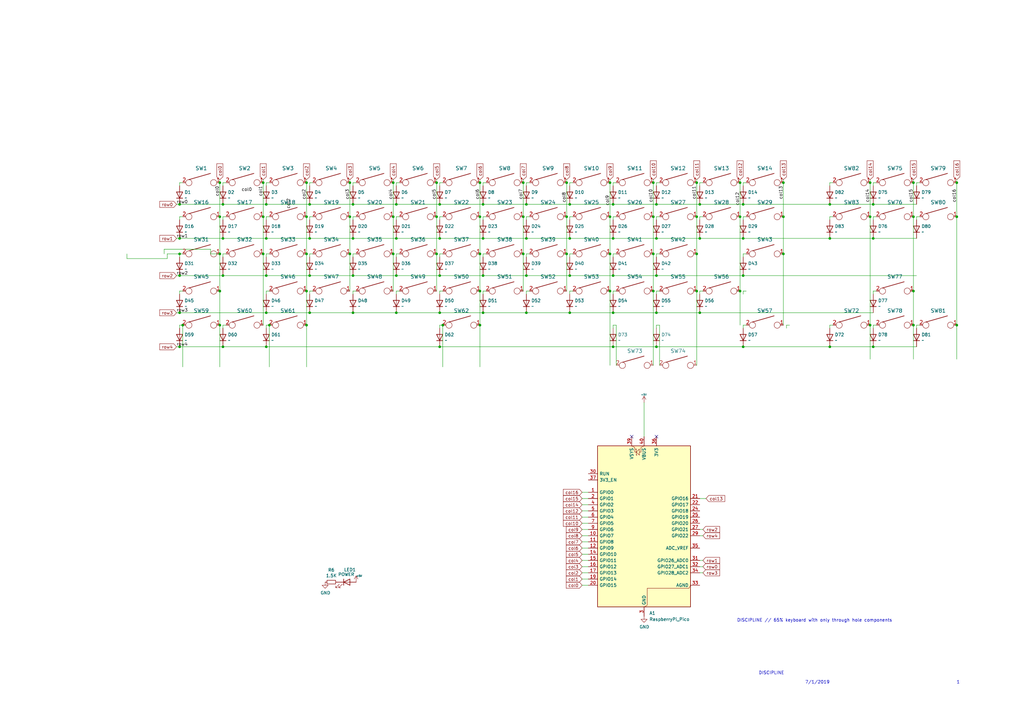
<source format=kicad_sch>
(kicad_sch (version 20250114) (generator "eeschema") (generator_version "9.0")
  (paper "A3")
  (text "1" (at 393.7 280.67 0) (effects (font (size 1.27 1.27)) (justify right bottom)))
  (text "DISCIPLINE" (at 311.15 276.86 0) (effects (font (size 1.27 1.27)) (justify left bottom)))
  (text "DISCIPLINE // 65% keyboard with only through hole components" (at 302.26 255.27 0) (effects (font (size 1.27 1.27)) (justify left bottom)))
  (text "7/1/2019" (at 330.2 280.67 0) (effects (font (size 1.27 1.27)) (justify left bottom)))
  (junction (at 285.75 88.9))
  (junction (at 233.68 113.03))
  (junction (at 374.65 74.93))
  (junction (at 144.78 113.03))
  (junction (at 232.41 88.9))
  (junction (at 144.78 97.79))
  (junction (at 196.85 88.9))
  (junction (at 340.36 142.24))
  (junction (at 127 113.03))
  (junction (at 285.75 119.38))
  (junction (at 198.12 128.27))
  (junction (at 161.29 104.14))
  (junction (at 73.66 97.79))
  (junction (at 162.56 83.82))
  (junction (at 107.95 104.14))
  (junction (at 304.8 83.82))
  (junction (at 109.22 113.03))
  (junction (at 91.44 142.24))
  (junction (at 250.19 104.14))
  (junction (at 356.87 88.9))
  (junction (at 198.12 97.79))
  (junction (at 162.56 113.03))
  (junction (at 90.17 104.14))
  (junction (at 374.65 133.35))
  (junction (at 162.56 128.27))
  (junction (at 321.31 88.9))
  (junction (at 358.14 83.82))
  (junction (at 304.8 142.24))
  (junction (at 233.68 128.27))
  (junction (at 73.66 128.27))
  (junction (at 143.51 74.93))
  (junction (at 340.36 83.82))
  (junction (at 251.46 97.79))
  (junction (at 303.53 74.93))
  (junction (at 91.44 113.03))
  (junction (at 179.07 88.9))
  (junction (at 180.34 128.27))
  (junction (at 125.73 88.9))
  (junction (at 233.68 97.79))
  (junction (at 161.29 74.93))
  (junction (at 127 128.27))
  (junction (at 127 97.79))
  (junction (at 267.97 119.38))
  (junction (at 392.43 88.9))
  (junction (at 144.78 128.27))
  (junction (at 374.65 88.9))
  (junction (at 162.56 97.79))
  (junction (at 181.61 133.35))
  (junction (at 180.34 113.03))
  (junction (at 73.66 104.14))
  (junction (at 304.8 97.79))
  (junction (at 287.02 128.27))
  (junction (at 161.29 88.9))
  (junction (at 109.22 128.27))
  (junction (at 73.66 142.24))
  (junction (at 374.65 119.38))
  (junction (at 143.51 104.14))
  (junction (at 196.85 74.93))
  (junction (at 287.02 97.79))
  (junction (at 109.22 83.82))
  (junction (at 143.51 88.9))
  (junction (at 215.9 128.27))
  (junction (at 196.85 133.35))
  (junction (at 269.24 97.79))
  (junction (at 232.41 104.14))
  (junction (at 267.97 74.93))
  (junction (at 125.73 119.38))
  (junction (at 180.34 142.24))
  (junction (at 304.8 113.03))
  (junction (at 214.63 74.93))
  (junction (at 91.44 97.79))
  (junction (at 90.17 133.35))
  (junction (at 196.85 119.38))
  (junction (at 125.73 74.93))
  (junction (at 196.85 104.14))
  (junction (at 269.24 83.82))
  (junction (at 285.75 104.14))
  (junction (at 198.12 113.03))
  (junction (at 287.02 83.82))
  (junction (at 250.19 74.93))
  (junction (at 269.24 128.27))
  (junction (at 179.07 74.93))
  (junction (at 321.31 104.14))
  (junction (at 90.17 74.93))
  (junction (at 251.46 113.03))
  (junction (at 90.17 119.38))
  (junction (at 73.66 83.82))
  (junction (at 392.43 74.93))
  (junction (at 303.53 88.9))
  (junction (at 73.66 113.03))
  (junction (at 250.19 88.9))
  (junction (at 179.07 104.14))
  (junction (at 285.75 74.93))
  (junction (at 358.14 97.79))
  (junction (at 109.22 97.79))
  (junction (at 180.34 83.82))
  (junction (at 321.31 74.93))
  (junction (at 356.87 133.35))
  (junction (at 198.12 83.82))
  (junction (at 267.97 88.9))
  (junction (at 269.24 142.24))
  (junction (at 356.87 74.93))
  (junction (at 215.9 113.03))
  (junction (at 215.9 83.82))
  (junction (at 340.36 97.79))
  (junction (at 214.63 88.9))
  (junction (at 91.44 83.82))
  (junction (at 74.93 133.35))
  (junction (at 110.49 133.35))
  (junction (at 127 83.82))
  (junction (at 251.46 142.24))
  (junction (at 233.68 83.82))
  (junction (at 358.14 142.24))
  (junction (at 303.53 119.38))
  (junction (at 267.97 104.14))
  (junction (at 251.46 83.82))
  (junction (at 214.63 104.14))
  (junction (at 269.24 113.03))
  (junction (at 392.43 133.35))
  (junction (at 107.95 74.93))
  (junction (at 90.17 88.9))
  (junction (at 144.78 83.82))
  (junction (at 125.73 133.35))
  (junction (at 180.34 97.79))
  (junction (at 251.46 128.27))
  (junction (at 109.22 142.24))
  (junction (at 232.41 74.93))
  (junction (at 107.95 88.9))
  (junction (at 215.9 97.79))
  (junction (at 125.73 104.14))
  (junction (at 250.19 119.38))
  (no_connect (at 269.24 179.07))
  (no_connect (at 259.08 179.07))
  (wire (pts (xy 198.12 104.14) (xy 198.12 105.41)))
  (wire (pts (xy 146.05 74.93) (xy 144.78 74.93)))
  (wire (pts (xy 267.97 74.93) (xy 267.97 88.9)))
  (wire (pts (xy 74.93 119.38) (xy 73.66 119.38)))
  (wire (pts (xy 217.17 104.14) (xy 215.9 104.14)))
  (wire (pts (xy 162.56 83.82) (xy 180.34 83.82)))
  (wire (pts (xy 340.36 83.82) (xy 358.14 83.82)))
  (wire (pts (xy 233.68 128.27) (xy 251.46 128.27)))
  (wire (pts (xy 304.8 119.38) (xy 304.8 120.65)))
  (wire (pts (xy 306.07 74.93) (xy 304.8 74.93)))
  (wire (pts (xy 162.56 74.93) (xy 162.56 76.2)))
  (wire (pts (xy 127 74.93) (xy 127 76.2)))
  (wire (pts (xy 127 128.27) (xy 144.78 128.27)))
  (wire (pts (xy 285.75 74.93) (xy 285.75 88.9)))
  (wire (pts (xy 144.78 104.14) (xy 144.78 105.41)))
  (wire (pts (xy 110.49 119.38) (xy 109.22 119.38)))
  (wire (pts (xy 267.97 104.14) (xy 267.97 119.38)))
  (wire (pts (xy 198.12 97.79) (xy 215.9 97.79)))
  (wire (pts (xy 73.66 83.82) (xy 91.44 83.82)))
  (wire (pts (xy 91.44 133.35) (xy 91.44 134.62)))
  (wire (pts (xy 306.07 119.38) (xy 304.8 119.38)))
  (wire (pts (xy 125.73 74.93) (xy 125.73 88.9)))
  (wire (pts (xy 392.43 88.9) (xy 392.43 133.35)))
  (wire (pts (xy 127 119.38) (xy 127 120.65)))
  (wire (pts (xy 252.73 88.9) (xy 251.46 88.9)))
  (wire (pts (xy 73.66 113.03) (xy 91.44 113.03)))
  (wire (pts (xy 163.83 74.93) (xy 162.56 74.93)))
  (wire (pts (xy 269.24 142.24) (xy 304.8 142.24)))
  (wire (pts (xy 181.61 74.93) (xy 180.34 74.93)))
  (wire (pts (xy 181.61 119.38) (xy 180.34 119.38)))
  (wire (pts (xy 304.8 104.14) (xy 304.8 105.41)))
  (wire (pts (xy 287.02 88.9) (xy 287.02 90.17)))
  (wire (pts (xy 215.9 88.9) (xy 215.9 90.17)))
  (wire (pts (xy 321.31 74.93) (xy 321.31 88.9)))
  (wire (pts (xy 181.61 150.495) (xy 181.61 133.35)))
  (wire (pts (xy 199.39 104.14) (xy 198.12 104.14)))
  (wire (pts (xy 238.76 224.79) (xy 241.3 224.79)))
  (wire (pts (xy 285.75 73.66) (xy 285.75 74.93)))
  (wire (pts (xy 181.61 133.35) (xy 180.34 133.35)))
  (wire (pts (xy 238.76 214.63) (xy 241.3 214.63)))
  (wire (pts (xy 251.46 113.03) (xy 269.24 113.03)))
  (wire (pts (xy 303.53 73.66) (xy 303.53 74.93)))
  (wire (pts (xy 304.8 97.79) (xy 340.36 97.79)))
  (wire (pts (xy 250.19 104.14) (xy 250.19 119.38)))
  (wire (pts (xy 144.78 88.9) (xy 144.78 90.17)))
  (wire (pts (xy 127 104.14) (xy 127 105.41)))
  (wire (pts (xy 180.34 133.35) (xy 180.34 134.62)))
  (wire (pts (xy 74.93 74.93) (xy 73.66 74.93)))
  (wire (pts (xy 250.19 74.93) (xy 250.19 88.9)))
  (wire (pts (xy 287.02 219.71) (xy 288.29 219.71)))
  (wire (pts (xy 374.65 74.93) (xy 374.65 88.9)))
  (wire (pts (xy 252.73 149.86) (xy 252.73 133.35)))
  (wire (pts (xy 91.44 74.93) (xy 91.44 76.2)))
  (wire (pts (xy 109.22 97.79) (xy 127 97.79)))
  (wire (pts (xy 251.46 128.27) (xy 269.24 128.27)))
  (wire (pts (xy 375.92 88.9) (xy 375.92 90.17)))
  (wire (pts (xy 180.34 83.82) (xy 198.12 83.82)))
  (wire (pts (xy 252.73 74.93) (xy 251.46 74.93)))
  (wire (pts (xy 358.14 74.93) (xy 358.14 76.2)))
  (wire (pts (xy 214.63 104.14) (xy 214.63 119.38)))
  (wire (pts (xy 73.66 128.27) (xy 109.22 128.27)))
  (wire (pts (xy 234.95 119.38) (xy 233.68 119.38)))
  (wire (pts (xy 162.56 128.27) (xy 180.34 128.27)))
  (wire (pts (xy 285.75 119.38) (xy 285.75 149.86)))
  (wire (pts (xy 356.87 88.9) (xy 356.87 133.35)))
  (wire (pts (xy 359.41 74.93) (xy 358.14 74.93)))
  (wire (pts (xy 144.78 128.27) (xy 162.56 128.27)))
  (wire (pts (xy 233.68 97.79) (xy 251.46 97.79)))
  (wire (pts (xy 233.68 83.82) (xy 251.46 83.82)))
  (wire (pts (xy 144.78 119.38) (xy 144.78 120.65)))
  (wire (pts (xy 375.92 74.93) (xy 375.92 76.2)))
  (wire (pts (xy 375.92 133.35) (xy 375.92 134.62)))
  (wire (pts (xy 107.95 74.93) (xy 107.95 88.9)))
  (wire (pts (xy 125.73 150.495) (xy 125.73 133.35)))
  (wire (pts (xy 91.44 142.24) (xy 109.22 142.24)))
  (wire (pts (xy 270.51 74.93) (xy 269.24 74.93)))
  (wire (pts (xy 125.73 119.38) (xy 125.73 133.35)))
  (wire (pts (xy 232.41 73.66) (xy 232.41 74.93)))
  (wire (pts (xy 91.44 83.82) (xy 109.22 83.82)))
  (wire (pts (xy 321.31 104.14) (xy 321.31 133.35)))
  (wire (pts (xy 241.3 240.03) (xy 238.76 240.03)))
  (wire (pts (xy 143.51 73.66) (xy 143.51 74.93)))
  (wire (pts (xy 128.27 119.38) (xy 127 119.38)))
  (wire (pts (xy 215.9 128.27) (xy 233.68 128.27)))
  (wire (pts (xy 107.95 104.14) (xy 107.95 133.35)))
  (wire (pts (xy 238.76 201.93) (xy 241.3 201.93)))
  (wire (pts (xy 233.68 88.9) (xy 233.68 90.17)))
  (wire (pts (xy 67.31 104.14) (xy 67.31 102.235)))
  (wire (pts (xy 269.24 83.82) (xy 287.02 83.82)))
  (wire (pts (xy 144.78 97.79) (xy 162.56 97.79)))
  (wire (pts (xy 358.14 133.35) (xy 358.14 134.62)))
  (wire (pts (xy 340.36 133.35) (xy 340.36 134.62)))
  (wire (pts (xy 374.65 119.38) (xy 374.65 133.35)))
  (wire (pts (xy 251.46 104.14) (xy 251.46 105.41)))
  (wire (pts (xy 86.36 102.235) (xy 86.36 104.14)))
  (wire (pts (xy 146.05 119.38) (xy 144.78 119.38)))
  (wire (pts (xy 233.68 104.14) (xy 233.68 105.41)))
  (wire (pts (xy 304.8 74.93) (xy 304.8 76.2)))
  (wire (pts (xy 359.41 133.35) (xy 358.14 133.35)))
  (wire (pts (xy 358.14 97.79) (xy 375.92 97.79)))
  (wire (pts (xy 214.63 88.9) (xy 214.63 104.14)))
  (wire (pts (xy 356.87 74.93) (xy 356.87 88.9)))
  (wire (pts (xy 269.24 88.9) (xy 269.24 90.17)))
  (wire (pts (xy 374.65 88.9) (xy 374.65 119.38)))
  (wire (pts (xy 74.93 133.35) (xy 73.66 133.35)))
  (wire (pts (xy 238.76 232.41) (xy 241.3 232.41)))
  (wire (pts (xy 234.95 74.93) (xy 233.68 74.93)))
  (wire (pts (xy 359.41 119.38) (xy 358.14 119.38)))
  (wire (pts (xy 304.8 142.24) (xy 340.36 142.24)))
  (wire (pts (xy 358.14 119.38) (xy 358.14 120.65)))
  (wire (pts (xy 287.02 119.38) (xy 287.02 120.65)))
  (wire (pts (xy 162.56 97.79) (xy 180.34 97.79)))
  (wire (pts (xy 179.07 104.14) (xy 179.07 119.38)))
  (wire (pts (xy 340.36 142.24) (xy 358.14 142.24)))
  (wire (pts (xy 238.76 237.49) (xy 241.3 237.49)))
  (wire (pts (xy 287.02 234.95) (xy 288.29 234.95)))
  (wire (pts (xy 180.34 128.27) (xy 198.12 128.27)))
  (wire (pts (xy 270.51 88.9) (xy 269.24 88.9)))
  (wire (pts (xy 321.31 88.9) (xy 321.31 104.14)))
  (wire (pts (xy 238.76 204.47) (xy 241.3 204.47)))
  (wire (pts (xy 107.95 88.9) (xy 107.95 104.14)))
  (wire (pts (xy 251.46 88.9) (xy 251.46 90.17)))
  (wire (pts (xy 109.22 128.27) (xy 127 128.27)))
  (wire (pts (xy 110.49 133.35) (xy 109.22 133.35)))
  (wire (pts (xy 73.66 104.14) (xy 68.58 104.14)))
  (wire (pts (xy 304.8 83.82) (xy 340.36 83.82)))
  (wire (pts (xy 285.75 88.9) (xy 285.75 104.14)))
  (wire (pts (xy 72.39 142.24) (xy 73.66 142.24)))
  (wire (pts (xy 67.31 102.235) (xy 86.36 102.235)))
  (wire (pts (xy 161.29 74.93) (xy 161.29 88.9)))
  (wire (pts (xy 287.02 74.93) (xy 287.02 76.2)))
  (wire (pts (xy 238.76 222.25) (xy 241.3 222.25)))
  (wire (pts (xy 289.56 204.47) (xy 287.02 204.47)))
  (wire (pts (xy 127 88.9) (xy 127 90.17)))
  (wire (pts (xy 74.93 104.14) (xy 73.66 104.14)))
  (wire (pts (xy 217.17 119.38) (xy 215.9 119.38)))
  (wire (pts (xy 109.22 133.35) (xy 109.22 134.62)))
  (wire (pts (xy 180.34 142.24) (xy 251.46 142.24)))
  (wire (pts (xy 73.66 104.14) (xy 73.66 105.41)))
  (wire (pts (xy 285.75 104.14) (xy 285.75 119.38)))
  (wire (pts (xy 356.87 133.35) (xy 356.87 147.32)))
  (wire (pts (xy 73.66 88.9) (xy 73.66 90.17)))
  (wire (pts (xy 109.22 142.24) (xy 180.34 142.24)))
  (wire (pts (xy 269.24 74.93) (xy 269.24 76.2)))
  (wire (pts (xy 374.65 73.66) (xy 374.65 74.93)))
  (wire (pts (xy 143.51 88.9) (xy 143.51 104.14)))
  (wire (pts (xy 161.29 73.66) (xy 161.29 74.93)))
  (wire (pts (xy 128.27 74.93) (xy 127 74.93)))
  (wire (pts (xy 251.46 83.82) (xy 269.24 83.82)))
  (wire (pts (xy 377.19 88.9) (xy 375.92 88.9)))
  (wire (pts (xy 287.02 128.27) (xy 358.14 128.27)))
  (wire (pts (xy 321.31 73.66) (xy 321.31 74.93)))
  (wire (pts (xy 215.9 113.03) (xy 233.68 113.03)))
  (wire (pts (xy 306.07 104.14) (xy 304.8 104.14)))
  (wire (pts (xy 341.63 88.9) (xy 340.36 88.9)))
  (wire (pts (xy 251.46 97.79) (xy 269.24 97.79)))
  (wire (pts (xy 91.44 97.79) (xy 109.22 97.79)))
  (wire (pts (xy 162.56 113.03) (xy 180.34 113.03)))
  (wire (pts (xy 196.85 74.93) (xy 196.85 88.9)))
  (wire (pts (xy 73.66 142.24) (xy 91.44 142.24)))
  (wire (pts (xy 214.63 73.66) (xy 214.63 74.93)))
  (wire (pts (xy 303.53 119.38) (xy 303.53 133.35)))
  (wire (pts (xy 288.29 119.38) (xy 287.02 119.38)))
  (wire (pts (xy 180.34 104.14) (xy 180.34 105.41)))
  (wire (pts (xy 198.12 74.93) (xy 198.12 76.2)))
  (wire (pts (xy 341.63 74.93) (xy 340.36 74.93)))
  (wire (pts (xy 161.29 104.14) (xy 161.29 119.38)))
  (wire (pts (xy 196.85 150.495) (xy 196.85 133.35)))
  (wire (pts (xy 250.19 119.38) (xy 250.19 149.86)))
  (wire (pts (xy 163.83 88.9) (xy 162.56 88.9)))
  (wire (pts (xy 270.51 133.35) (xy 269.24 133.35)))
  (wire (pts (xy 198.12 128.27) (xy 215.9 128.27)))
  (wire (pts (xy 163.83 104.14) (xy 162.56 104.14)))
  (wire (pts (xy 109.22 88.9) (xy 109.22 90.17)))
  (wire (pts (xy 306.07 133.35) (xy 304.8 133.35)))
  (wire (pts (xy 217.17 74.93) (xy 215.9 74.93)))
  (wire (pts (xy 217.17 88.9) (xy 215.9 88.9)))
  (wire (pts (xy 215.9 74.93) (xy 215.9 76.2)))
  (wire (pts (xy 196.85 73.66) (xy 196.85 74.93)))
  (wire (pts (xy 125.73 73.66) (xy 125.73 74.93)))
  (wire (pts (xy 252.73 104.14) (xy 251.46 104.14)))
  (wire (pts (xy 163.83 119.38) (xy 162.56 119.38)))
  (wire (pts (xy 250.19 88.9) (xy 250.19 104.14)))
  (wire (pts (xy 196.85 119.38) (xy 196.85 133.35)))
  (wire (pts (xy 392.43 74.93) (xy 392.43 88.9)))
  (wire (pts (xy 52.07 106.045) (xy 52.07 104.14)))
  (wire (pts (xy 180.34 97.79) (xy 198.12 97.79)))
  (wire (pts (xy 91.44 104.14) (xy 91.44 105.41)))
  (wire (pts (xy 304.8 88.9) (xy 304.8 90.17)))
  (wire (pts (xy 238.76 212.09) (xy 241.3 212.09)))
  (wire (pts (xy 68.58 104.14) (xy 68.58 106.045)))
  (wire (pts (xy 232.41 104.14) (xy 232.41 119.38)))
  (wire (pts (xy 143.51 104.14) (xy 143.51 119.38)))
  (wire (pts (xy 198.12 113.03) (xy 215.9 113.03)))
  (wire (pts (xy 90.17 88.9) (xy 90.17 104.14)))
  (wire (pts (xy 269.24 97.79) (xy 287.02 97.79)))
  (wire (pts (xy 90.17 73.66) (xy 90.17 74.93)))
  (wire (pts (xy 215.9 119.38) (xy 215.9 120.65)))
  (wire (pts (xy 109.22 83.82) (xy 127 83.82)))
  (wire (pts (xy 251.46 142.24) (xy 269.24 142.24)))
  (wire (pts (xy 198.12 88.9) (xy 198.12 90.17)))
  (wire (pts (xy 234.95 88.9) (xy 233.68 88.9)))
  (wire (pts (xy 238.76 229.87) (xy 241.3 229.87)))
  (wire (pts (xy 72.39 128.27) (xy 73.66 128.27)))
  (wire (pts (xy 233.68 119.38) (xy 233.68 120.65)))
  (wire (pts (xy 267.97 88.9) (xy 267.97 104.14)))
  (wire (pts (xy 109.22 104.14) (xy 109.22 105.41)))
  (wire (pts (xy 304.8 133.35) (xy 304.8 134.62)))
  (wire (pts (xy 199.39 119.38) (xy 198.12 119.38)))
  (wire (pts (xy 198.12 119.38) (xy 198.12 120.65)))
  (wire (pts (xy 72.39 97.79) (xy 73.66 97.79)))
  (wire (pts (xy 161.29 88.9) (xy 161.29 104.14)))
  (wire (pts (xy 250.19 73.66) (xy 250.19 74.93)))
  (wire (pts (xy 215.9 83.82) (xy 233.68 83.82)))
  (wire (pts (xy 340.36 97.79) (xy 358.14 97.79)))
  (wire (pts (xy 143.51 74.93) (xy 143.51 88.9)))
  (wire (pts (xy 251.46 119.38) (xy 251.46 120.65)))
  (wire (pts (xy 179.07 88.9) (xy 179.07 104.14)))
  (wire (pts (xy 180.34 74.93) (xy 180.34 76.2)))
  (wire (pts (xy 251.46 74.93) (xy 251.46 76.2)))
  (wire (pts (xy 287.02 97.79) (xy 304.8 97.79)))
  (wire (pts (xy 374.65 133.35) (xy 374.65 147.32)))
  (wire (pts (xy 269.24 119.38) (xy 269.24 120.65)))
  (wire (pts (xy 392.43 73.66) (xy 392.43 74.93)))
  (wire (pts (xy 72.39 83.82) (xy 73.66 83.82)))
  (wire (pts (xy 215.9 104.14) (xy 215.9 105.41)))
  (wire (pts (xy 92.71 104.14) (xy 91.44 104.14)))
  (wire (pts (xy 303.53 74.93) (xy 303.53 88.9)))
  (wire (pts (xy 91.44 113.03) (xy 109.22 113.03)))
  (wire (pts (xy 269.24 128.27) (xy 287.02 128.27)))
  (wire (pts (xy 232.41 74.93) (xy 232.41 88.9)))
  (wire (pts (xy 144.78 83.82) (xy 162.56 83.82)))
  (wire (pts (xy 127 83.82) (xy 144.78 83.82)))
  (wire (pts (xy 180.34 113.03) (xy 198.12 113.03)))
  (wire (pts (xy 110.49 74.93) (xy 109.22 74.93)))
  (wire (pts (xy 322.58 133.35) (xy 322.58 134.62)))
  (wire (pts (xy 109.22 74.93) (xy 109.22 76.2)))
  (wire (pts (xy 144.78 113.03) (xy 162.56 113.03)))
  (wire (pts (xy 377.19 74.93) (xy 375.92 74.93)))
  (wire (pts (xy 74.93 88.9) (xy 73.66 88.9)))
  (wire (pts (xy 73.66 97.79) (xy 91.44 97.79)))
  (wire (pts (xy 304.8 113.03) (xy 375.92 113.03)))
  (wire (pts (xy 90.17 119.38) (xy 90.17 133.35)))
  (wire (pts (xy 323.85 133.35) (xy 322.58 133.35)))
  (wire (pts (xy 252.73 133.35) (xy 251.46 133.35)))
  (wire (pts (xy 109.22 113.03) (xy 127 113.03)))
  (wire (pts (xy 238.76 209.55) (xy 241.3 209.55)))
  (wire (pts (xy 72.39 113.03) (xy 73.66 113.03)))
  (wire (pts (xy 110.49 104.14) (xy 109.22 104.14)))
  (wire (pts (xy 91.44 88.9) (xy 91.44 90.17)))
  (wire (pts (xy 198.12 83.82) (xy 215.9 83.82)))
  (wire (pts (xy 92.71 74.93) (xy 91.44 74.93)))
  (wire (pts (xy 180.34 119.38) (xy 180.34 120.65)))
  (wire (pts (xy 358.14 83.82) (xy 375.92 83.82)))
  (wire (pts (xy 287.02 232.41) (xy 288.29 232.41)))
  (wire (pts (xy 127 113.03) (xy 144.78 113.03)))
  (wire (pts (xy 110.49 150.495) (xy 110.49 133.35)))
  (wire (pts (xy 303.53 88.9) (xy 303.53 119.38)))
  (wire (pts (xy 73.66 119.38) (xy 73.66 120.65)))
  (wire (pts (xy 73.66 74.93) (xy 73.66 76.2)))
  (wire (pts (xy 144.78 74.93) (xy 144.78 76.2)))
  (wire (pts (xy 306.07 88.9) (xy 304.8 88.9)))
  (wire (pts (xy 377.19 133.35) (xy 375.92 133.35)))
  (wire (pts (xy 264.16 165.1) (xy 264.16 179.07)))
  (wire (pts (xy 238.76 219.71) (xy 241.3 219.71)))
  (wire (pts (xy 270.51 104.14) (xy 269.24 104.14)))
  (wire (pts (xy 251.46 133.35) (xy 251.46 134.62)))
  (wire (pts (xy 267.97 119.38) (xy 267.97 149.86)))
  (wire (pts (xy 179.07 74.93) (xy 179.07 88.9)))
  (wire (pts (xy 128.27 88.9) (xy 127 88.9)))
  (wire (pts (xy 358.14 88.9) (xy 358.14 90.17)))
  (wire (pts (xy 146.05 104.14) (xy 144.78 104.14)))
  (wire (pts (xy 181.61 88.9) (xy 180.34 88.9)))
  (wire (pts (xy 287.02 83.82) (xy 304.8 83.82)))
  (wire (pts (xy 341.63 133.35) (xy 340.36 133.35)))
  (wire (pts (xy 392.43 133.35) (xy 392.43 147.32)))
  (wire (pts (xy 179.07 73.66) (xy 179.07 74.93)))
  (wire (pts (xy 270.51 119.38) (xy 269.24 119.38)))
  (wire (pts (xy 356.87 73.66) (xy 356.87 74.93)))
  (wire (pts (xy 288.29 88.9) (xy 287.02 88.9)))
  (wire (pts (xy 238.76 227.33) (xy 241.3 227.33)))
  (wire (pts (xy 269.24 113.03) (xy 304.8 113.03)))
  (wire (pts (xy 146.05 88.9) (xy 144.78 88.9)))
  (wire (pts (xy 199.39 74.93) (xy 198.12 74.93)))
  (wire (pts (xy 109.22 119.38) (xy 109.22 120.65)))
  (wire (pts (xy 233.68 113.03) (xy 251.46 113.03)))
  (wire (pts (xy 233.68 74.93) (xy 233.68 76.2)))
  (wire (pts (xy 238.76 234.95) (xy 241.3 234.95)))
  (wire (pts (xy 358.14 142.24) (xy 375.92 142.24)))
  (wire (pts (xy 196.85 104.14) (xy 196.85 119.38)))
  (wire (pts (xy 199.39 88.9) (xy 198.12 88.9)))
  (wire (pts (xy 107.95 73.66) (xy 107.95 74.93)))
  (wire (pts (xy 196.85 88.9) (xy 196.85 104.14)))
  (wire (pts (xy 267.97 73.66) (xy 267.97 74.93)))
  (wire (pts (xy 162.56 119.38) (xy 162.56 120.65)))
  (wire (pts (xy 86.36 104.14) (xy 90.17 104.14)))
  (wire (pts (xy 110.49 88.9) (xy 109.22 88.9)))
  (wire (pts (xy 214.63 74.93) (xy 214.63 88.9)))
  (wire (pts (xy 234.95 104.14) (xy 233.68 104.14)))
  (wire (pts (xy 270.51 149.86) (xy 270.51 133.35)))
  (wire (pts (xy 162.56 88.9) (xy 162.56 90.17)))
  (wire (pts (xy 74.93 150.495) (xy 74.93 133.35)))
  (wire (pts (xy 181.61 104.14) (xy 180.34 104.14)))
  (wire (pts (xy 287.02 229.87) (xy 288.29 229.87)))
  (wire (pts (xy 162.56 104.14) (xy 162.56 105.41)))
  (wire (pts (xy 238.76 217.17) (xy 241.3 217.17)))
  (wire (pts (xy 340.36 74.93) (xy 340.36 76.2)))
  (wire (pts (xy 252.73 119.38) (xy 251.46 119.38)))
  (wire (pts (xy 92.71 133.35) (xy 91.44 133.35)))
  (wire (pts (xy 73.66 133.35) (xy 73.66 134.62)))
  (wire (pts (xy 287.02 217.17) (xy 288.29 217.17)))
  (wire (pts (xy 238.76 207.01) (xy 241.3 207.01)))
  (wire (pts (xy 232.41 88.9) (xy 232.41 104.14)))
  (wire (pts (xy 68.58 106.045) (xy 52.07 106.045)))
  (wire (pts (xy 128.27 104.14) (xy 127 104.14)))
  (wire (pts (xy 180.34 88.9) (xy 180.34 90.17)))
  (wire (pts (xy 269.24 133.35) (xy 269.24 134.62)))
  (wire (pts (xy 90.17 104.14) (xy 90.17 119.38)))
  (wire (pts (xy 215.9 97.79) (xy 233.68 97.79)))
  (wire (pts (xy 269.24 104.14) (xy 269.24 105.41)))
  (wire (pts (xy 125.73 88.9) (xy 125.73 104.14)))
  (wire (pts (xy 90.17 74.93) (xy 90.17 88.9)))
  (wire (pts (xy 125.73 104.14) (xy 125.73 119.38)))
  (wire (pts (xy 90.17 150.495) (xy 90.17 133.35)))
  (wire (pts (xy 127 97.79) (xy 144.78 97.79)))
  (wire (pts (xy 340.36 88.9) (xy 340.36 90.17)))
  (wire (pts (xy 288.29 74.93) (xy 287.02 74.93)))
  (wire (pts (xy 92.71 88.9) (xy 91.44 88.9)))
  (wire (pts (xy 359.41 88.9) (xy 358.14 88.9)))
  (label "col2" (at 119.38 81.28 270))
  (label "col4" (at 161.29 77.47 270))
  (label "row4" (at 72.39 142.24 0))
  (label "col1" (at 107.95 76.2 270))
  (label "col12" (at 303.53 78.74 270))
  (label "row0" (at 72.39 83.82 0))
  (label "row1" (at 72.39 97.79 0))
  (label "col16" (at 392.43 77.47 270))
  (label "col9" (at 250.19 80.01 270))
  (label "col14" (at 356.87 77.47 270))
  (label "col15" (at 374.65 77.47 270))
  (label "col0" (at 99.06 78.74 0))
  (label "col11" (at 285.75 76.2 270))
  (label "col13" (at 321.31 76.2 270))
  (label "col2" (at 125.73 77.47 270))
  (label "col6" (at 196.85 77.47 270))
  (label "row2" (at 72.39 113.03 0))
  (label "col5" (at 179.07 77.47 270))
  (label "col3" (at 143.51 77.47 270))
  (label "col7" (at 214.63 77.47 270))
  (label "col0" (at 90.17 76.2 270))
  (label "col10" (at 267.97 77.47 270))
  (label "col8" (at 232.41 78.74 270))
  (label "row3" (at 72.39 128.27 0))
  (global_label "col9" (shape input) (at 250.19 73.66 90) (property "Intersheetrefs" "${INTERSHEET_REFS}" (effects (hide yes))))
  (global_label "col4" (shape input) (at 161.29 73.66 90) (property "Intersheetrefs" "${INTERSHEET_REFS}" (effects (hide yes))))
  (global_label "col3" (shape input) (at 238.76 232.41 180) (property "Intersheetrefs" "${INTERSHEET_REFS}" (effects (hide yes))))
  (global_label "col14" (shape input) (at 356.87 73.66 90) (property "Intersheetrefs" "${INTERSHEET_REFS}" (effects (hide yes))))
  (global_label "row3" (shape input) (at 72.39 128.27 180) (property "Intersheetrefs" "${INTERSHEET_REFS}" (effects (hide yes))))
  (global_label "row0" (shape input) (at 72.39 83.82 180) (property "Intersheetrefs" "${INTERSHEET_REFS}" (effects (hide yes))))
  (global_label "col11" (shape input) (at 285.75 73.66 90) (property "Intersheetrefs" "${INTERSHEET_REFS}" (effects (hide yes))))
  (global_label "col7" (shape input) (at 214.63 73.66 90) (property "Intersheetrefs" "${INTERSHEET_REFS}" (effects (hide yes))))
  (global_label "row1" (shape input) (at 288.29 229.87 0) (property "Intersheetrefs" "${INTERSHEET_REFS}" (effects (hide yes))))
  (global_label "col1" (shape input) (at 238.76 237.49 180) (property "Intersheetrefs" "${INTERSHEET_REFS}" (effects (hide yes))))
  (global_label "col14" (shape input) (at 238.76 207.01 180) (property "Intersheetrefs" "${INTERSHEET_REFS}" (effects (hide yes))))
  (global_label "col11" (shape input) (at 238.76 212.09 180) (property "Intersheetrefs" "${INTERSHEET_REFS}" (effects (hide yes))))
  (global_label "col12" (shape input) (at 238.76 209.55 180) (property "Intersheetrefs" "${INTERSHEET_REFS}" (effects (hide yes))))
  (global_label "col13" (shape input) (at 321.31 73.66 90) (property "Intersheetrefs" "${INTERSHEET_REFS}" (effects (hide yes))))
  (global_label "col16" (shape input) (at 238.76 201.93 180) (property "Intersheetrefs" "${INTERSHEET_REFS}" (effects (hide yes))))
  (global_label "col16" (shape input) (at 392.43 73.66 90) (property "Intersheetrefs" "${INTERSHEET_REFS}" (effects (hide yes))))
  (global_label "col0" (shape input) (at 90.17 73.66 90) (property "Intersheetrefs" "${INTERSHEET_REFS}" (effects (hide yes))))
  (global_label "col8" (shape input) (at 232.41 73.66 90) (property "Intersheetrefs" "${INTERSHEET_REFS}" (effects (hide yes))))
  (global_label "row4" (shape input) (at 288.29 219.71 0) (property "Intersheetrefs" "${INTERSHEET_REFS}" (effects (hide yes))))
  (global_label "col9" (shape input) (at 238.76 217.17 180) (property "Intersheetrefs" "${INTERSHEET_REFS}" (effects (hide yes))))
  (global_label "row0" (shape input) (at 288.29 232.41 0) (property "Intersheetrefs" "${INTERSHEET_REFS}" (effects (hide yes))))
  (global_label "col10" (shape input) (at 267.97 73.66 90) (property "Intersheetrefs" "${INTERSHEET_REFS}" (effects (hide yes))))
  (global_label "col7" (shape input) (at 238.76 222.25 180) (property "Intersheetrefs" "${INTERSHEET_REFS}" (effects (hide yes))))
  (global_label "col10" (shape input) (at 238.76 214.63 180) (property "Intersheetrefs" "${INTERSHEET_REFS}" (effects (hide yes))))
  (global_label "col12" (shape input) (at 303.53 73.66 90) (property "Intersheetrefs" "${INTERSHEET_REFS}" (effects (hide yes))))
  (global_label "row3" (shape input) (at 288.29 234.95 0) (property "Intersheetrefs" "${INTERSHEET_REFS}" (effects (hide yes))))
  (global_label "col3" (shape input) (at 143.51 73.66 90) (property "Intersheetrefs" "${INTERSHEET_REFS}" (effects (hide yes))))
  (global_label "col1" (shape input) (at 107.95 73.66 90) (property "Intersheetrefs" "${INTERSHEET_REFS}" (effects (hide yes))))
  (global_label "col2" (shape input) (at 125.73 73.66 90) (property "Intersheetrefs" "${INTERSHEET_REFS}" (effects (hide yes))))
  (global_label "row2" (shape input) (at 288.29 217.17 0) (property "Intersheetrefs" "${INTERSHEET_REFS}" (effects (hide yes))))
  (global_label "col6" (shape input) (at 238.76 224.79 180) (property "Intersheetrefs" "${INTERSHEET_REFS}" (effects (hide yes))))
  (global_label "col13" (shape input) (at 289.56 204.47 0) (property "Intersheetrefs" "${INTERSHEET_REFS}" (effects (hide yes))))
  (global_label "col6" (shape input) (at 196.85 73.66 90) (property "Intersheetrefs" "${INTERSHEET_REFS}" (effects (hide yes))))
  (global_label "col15" (shape input) (at 374.65 73.66 90) (property "Intersheetrefs" "${INTERSHEET_REFS}" (effects (hide yes))))
  (global_label "col2" (shape input) (at 238.76 234.95 180) (property "Intersheetrefs" "${INTERSHEET_REFS}" (effects (hide yes))))
  (global_label "col5" (shape input) (at 238.76 227.33 180) (property "Intersheetrefs" "${INTERSHEET_REFS}" (effects (hide yes))))
  (global_label "col15" (shape input) (at 238.76 204.47 180) (property "Intersheetrefs" "${INTERSHEET_REFS}" (effects (hide yes))))
  (global_label "row1" (shape input) (at 72.39 97.79 180) (property "Intersheetrefs" "${INTERSHEET_REFS}" (effects (hide yes))))
  (global_label "col8" (shape input) (at 238.76 219.71 180) (property "Intersheetrefs" "${INTERSHEET_REFS}" (effects (hide yes))))
  (global_label "row4" (shape input) (at 72.39 142.24 180) (property "Intersheetrefs" "${INTERSHEET_REFS}" (effects (hide yes))))
  (global_label "col4" (shape input) (at 238.76 229.87 180) (property "Intersheetrefs" "${INTERSHEET_REFS}" (effects (hide yes))))
  (global_label "col5" (shape input) (at 179.07 73.66 90) (property "Intersheetrefs" "${INTERSHEET_REFS}" (effects (hide yes))))
  (global_label "row2" (shape input) (at 72.39 113.03 180) (property "Intersheetrefs" "${INTERSHEET_REFS}" (effects (hide yes))))
  (global_label "col0" (shape input) (at 238.76 240.03 180) (property "Intersheetrefs" "${INTERSHEET_REFS}" (effects (hide yes))))
  (symbol (lib_id "discipline-pcb-rescue:KEYSW-keyboard_parts") (at 82.55 74.93 0) (unit 1)
    (property "Reference" "SW1" (at 82.55 69.0118 0) (effects (font (size 1.524 1.524))))
    (property "Value" "KEYSW" (effects (hide yes)))
    (property "Footprint" "cftkb:SW_Cherry_MX1A_1.00u_PCB-NOSCREEN" (effects (hide yes)))
  )
  (symbol (lib_id "Device:D") (at 73.66 80.01 90) (unit 1)
    (property "Reference" "D1" (at 75.6666 78.8416 90) (effects (justify right)))
    (property "Value" "~" (at 75.6666 81.153 90) (effects (justify right)))
    (property "Footprint" "cftkb:D_DO-35_SOD27_P5.08mm_Horizontal" (effects (hide yes)))
  )
  (symbol (lib_id "discipline-pcb-rescue:KEYSW-keyboard_parts") (at 100.33 74.93 0) (unit 1)
    (property "Reference" "SW2" (at 100.33 69.0118 0) (effects (font (size 1.524 1.524))))
    (property "Value" "KEYSW" (effects (hide yes)))
    (property "Footprint" "cftkb:SW_Cherry_MX1A_1.00u_PCB-NOSCREEN" (effects (hide yes)))
  )
  (symbol (lib_id "Device:D") (at 91.44 80.01 90) (unit 1)
    (property "Reference" "D2" (at 93.4466 78.8416 90) (effects (justify right)))
    (property "Value" "~" (at 93.4466 81.153 90) (effects (justify right)))
    (property "Footprint" "cftkb:D_DO-35_SOD27_P5.08mm_Horizontal" (effects (hide yes)))
  )
  (symbol (lib_id "discipline-pcb-rescue:KEYSW-keyboard_parts") (at 118.11 74.93 0) (unit 1)
    (property "Reference" "SW3" (at 118.11 69.0118 0) (effects (font (size 1.524 1.524))))
    (property "Value" "KEYSW" (effects (hide yes)))
    (property "Footprint" "cftkb:SW_Cherry_MX1A_1.00u_PCB-NOSCREEN" (effects (hide yes)))
  )
  (symbol (lib_id "Device:D") (at 109.22 80.01 90) (unit 1)
    (property "Reference" "D3" (at 111.2266 78.8416 90) (effects (justify right)))
    (property "Value" "~" (at 111.2266 81.153 90) (effects (justify right)))
    (property "Footprint" "cftkb:D_DO-35_SOD27_P5.08mm_Horizontal" (effects (hide yes)))
  )
  (symbol (lib_id "discipline-pcb-rescue:KEYSW-keyboard_parts") (at 135.89 74.93 0) (unit 1)
    (property "Reference" "SW4" (at 135.89 69.0118 0) (effects (font (size 1.524 1.524))))
    (property "Value" "KEYSW" (effects (hide yes)))
    (property "Footprint" "cftkb:SW_Cherry_MX1A_1.00u_PCB-NOSCREEN" (effects (hide yes)))
  )
  (symbol (lib_id "Device:D") (at 127 80.01 90) (unit 1)
    (property "Reference" "D4" (at 129.0066 78.8416 90) (effects (justify right)))
    (property "Value" "~" (at 129.0066 81.153 90) (effects (justify right)))
    (property "Footprint" "cftkb:D_DO-35_SOD27_P5.08mm_Horizontal" (effects (hide yes)))
  )
  (symbol (lib_id "discipline-pcb-rescue:KEYSW-keyboard_parts") (at 153.67 74.93 0) (unit 1)
    (property "Reference" "SW5" (at 153.67 69.0118 0) (effects (font (size 1.524 1.524))))
    (property "Value" "KEYSW" (effects (hide yes)))
    (property "Footprint" "cftkb:SW_Cherry_MX1A_1.00u_PCB-NOSCREEN" (effects (hide yes)))
  )
  (symbol (lib_id "Device:D") (at 144.78 80.01 90) (unit 1)
    (property "Reference" "D5" (at 146.7866 78.8416 90) (effects (justify right)))
    (property "Value" "~" (at 146.7866 81.153 90) (effects (justify right)))
    (property "Footprint" "cftkb:D_DO-35_SOD27_P5.08mm_Horizontal" (effects (hide yes)))
  )
  (symbol (lib_id "discipline-pcb-rescue:KEYSW-keyboard_parts") (at 171.45 74.93 0) (unit 1)
    (property "Reference" "SW6" (at 171.45 69.0118 0) (effects (font (size 1.524 1.524))))
    (property "Value" "KEYSW" (effects (hide yes)))
    (property "Footprint" "cftkb:SW_Cherry_MX1A_1.00u_PCB-NOSCREEN" (effects (hide yes)))
  )
  (symbol (lib_id "Device:D") (at 162.56 80.01 90) (unit 1)
    (property "Reference" "D6" (at 164.5666 78.8416 90) (effects (justify right)))
    (property "Value" "~" (at 164.5666 81.153 90) (effects (justify right)))
    (property "Footprint" "cftkb:D_DO-35_SOD27_P5.08mm_Horizontal" (effects (hide yes)))
  )
  (symbol (lib_id "discipline-pcb-rescue:KEYSW-keyboard_parts") (at 189.23 74.93 0) (unit 1)
    (property "Reference" "SW7" (at 189.23 69.0118 0) (effects (font (size 1.524 1.524))))
    (property "Value" "KEYSW" (effects (hide yes)))
    (property "Footprint" "cftkb:SW_Cherry_MX1A_1.00u_PCB-NOSCREEN" (effects (hide yes)))
  )
  (symbol (lib_id "Device:D") (at 180.34 80.01 90) (unit 1)
    (property "Reference" "D7" (at 182.3466 78.8416 90) (effects (justify right)))
    (property "Value" "~" (at 182.3466 81.153 90) (effects (justify right)))
    (property "Footprint" "cftkb:D_DO-35_SOD27_P5.08mm_Horizontal" (effects (hide yes)))
  )
  (symbol (lib_id "discipline-pcb-rescue:KEYSW-keyboard_parts") (at 207.01 74.93 0) (unit 1)
    (property "Reference" "SW8" (at 207.01 69.0118 0) (effects (font (size 1.524 1.524))))
    (property "Value" "KEYSW" (effects (hide yes)))
    (property "Footprint" "cftkb:SW_Cherry_MX1A_1.00u_PCB-NOSCREEN" (effects (hide yes)))
  )
  (symbol (lib_id "Device:D") (at 198.12 80.01 90) (unit 1)
    (property "Reference" "D8" (at 200.1266 78.8416 90) (effects (justify right)))
    (property "Value" "~" (at 200.1266 81.153 90) (effects (justify right)))
    (property "Footprint" "cftkb:D_DO-35_SOD27_P5.08mm_Horizontal" (effects (hide yes)))
  )
  (symbol (lib_id "discipline-pcb-rescue:KEYSW-keyboard_parts") (at 224.79 74.93 0) (unit 1)
    (property "Reference" "SW9" (at 224.79 69.0118 0) (effects (font (size 1.524 1.524))))
    (property "Value" "KEYSW" (effects (hide yes)))
    (property "Footprint" "cftkb:SW_Cherry_MX1A_1.00u_PCB-NOSCREEN" (effects (hide yes)))
  )
  (symbol (lib_id "Device:D") (at 215.9 80.01 90) (unit 1)
    (property "Reference" "D9" (at 217.9066 78.8416 90) (effects (justify right)))
    (property "Value" "~" (at 217.9066 81.153 90) (effects (justify right)))
    (property "Footprint" "cftkb:D_DO-35_SOD27_P5.08mm_Horizontal" (effects (hide yes)))
  )
  (symbol (lib_id "discipline-pcb-rescue:KEYSW-keyboard_parts") (at 242.57 74.93 0) (unit 1)
    (property "Reference" "SW10" (at 242.57 69.0118 0) (effects (font (size 1.524 1.524))))
    (property "Value" "KEYSW" (effects (hide yes)))
    (property "Footprint" "cftkb:SW_Cherry_MX1A_1.00u_PCB-NOSCREEN" (effects (hide yes)))
  )
  (symbol (lib_id "Device:D") (at 233.68 80.01 90) (unit 1)
    (property "Reference" "D10" (at 235.6866 78.8416 90) (effects (justify right)))
    (property "Value" "~" (at 235.6866 81.153 90) (effects (justify right)))
    (property "Footprint" "cftkb:D_DO-35_SOD27_P5.08mm_Horizontal" (effects (hide yes)))
  )
  (symbol (lib_id "discipline-pcb-rescue:KEYSW-keyboard_parts") (at 260.35 74.93 0) (unit 1)
    (property "Reference" "SW11" (at 260.35 69.0118 0) (effects (font (size 1.524 1.524))))
    (property "Value" "KEYSW" (effects (hide yes)))
    (property "Footprint" "cftkb:SW_Cherry_MX1A_1.00u_PCB-NOSCREEN" (effects (hide yes)))
  )
  (symbol (lib_id "Device:D") (at 251.46 80.01 90) (unit 1)
    (property "Reference" "D11" (at 253.4666 78.8416 90) (effects (justify right)))
    (property "Value" "~" (at 253.4666 81.153 90) (effects (justify right)))
    (property "Footprint" "cftkb:D_DO-35_SOD27_P5.08mm_Horizontal" (effects (hide yes)))
  )
  (symbol (lib_id "discipline-pcb-rescue:KEYSW-keyboard_parts") (at 278.13 74.93 0) (unit 1)
    (property "Reference" "SW12" (at 278.13 69.0118 0) (effects (font (size 1.524 1.524))))
    (property "Value" "KEYSW" (effects (hide yes)))
    (property "Footprint" "cftkb:SW_Cherry_MX1A_1.00u_PCB-NOSCREEN" (effects (hide yes)))
  )
  (symbol (lib_id "Device:D") (at 269.24 80.01 90) (unit 1)
    (property "Reference" "D12" (at 271.2466 78.8416 90) (effects (justify right)))
    (property "Value" "~" (at 271.2466 81.153 90) (effects (justify right)))
    (property "Footprint" "cftkb:D_DO-35_SOD27_P5.08mm_Horizontal" (effects (hide yes)))
  )
  (symbol (lib_id "discipline-pcb-rescue:KEYSW-keyboard_parts") (at 295.91 74.93 0) (unit 1)
    (property "Reference" "SW13" (at 295.91 69.0118 0) (effects (font (size 1.524 1.524))))
    (property "Value" "KEYSW" (effects (hide yes)))
    (property "Footprint" "cftkb:SW_Cherry_MX1A_1.00u_PCB-NOSCREEN" (effects (hide yes)))
  )
  (symbol (lib_id "Device:D") (at 287.02 80.01 90) (unit 1)
    (property "Reference" "D13" (at 289.0266 78.8416 90) (effects (justify right)))
    (property "Value" "~" (at 289.0266 81.153 90) (effects (justify right)))
    (property "Footprint" "cftkb:D_DO-35_SOD27_P5.08mm_Horizontal" (effects (hide yes)))
  )
  (symbol (lib_id "discipline-pcb-rescue:KEYSW-keyboard_parts") (at 313.69 74.93 0) (unit 1)
    (property "Reference" "SW14" (at 313.69 69.0118 0) (effects (font (size 1.524 1.524))))
    (property "Value" "KEYSW" (effects (hide yes)))
    (property "Footprint" "cftkb:SW_Cherry_MX1A_2.00u_PCBNOSCREEN" (effects (hide yes)))
  )
  (symbol (lib_id "Device:D") (at 304.8 80.01 90) (unit 1)
    (property "Reference" "D14" (at 306.8066 78.8416 90) (effects (justify right)))
    (property "Value" "~" (at 306.8066 81.153 90) (effects (justify right)))
    (property "Footprint" "cftkb:D_DO-35_SOD27_P5.08mm_Horizontal" (effects (hide yes)))
  )
  (symbol (lib_id "discipline-pcb-rescue:KEYSW-keyboard_parts") (at 82.55 88.9 0) (unit 1)
    (property "Reference" "SW16" (at 82.55 82.9818 0) (effects (font (size 1.524 1.524))))
    (property "Value" "KEYSW" (effects (hide yes)))
    (property "Footprint" "cftkb:SW_Cherry_MX1A_1.50u_PCBNOSCREEN" (effects (hide yes)))
  )
  (symbol (lib_id "Device:D") (at 73.66 93.98 90) (unit 1)
    (property "Reference" "D16" (at 75.6666 92.8116 90) (effects (justify right)))
    (property "Value" "~" (at 75.6666 95.123 90) (effects (justify right)))
    (property "Footprint" "cftkb:D_DO-35_SOD27_P5.08mm_Horizontal" (effects (hide yes)))
  )
  (symbol (lib_id "discipline-pcb-rescue:KEYSW-keyboard_parts") (at 100.33 88.9 0) (unit 1)
    (property "Reference" "SW17" (at 100.33 82.9818 0) (effects (font (size 1.524 1.524))))
    (property "Value" "KEYSW" (effects (hide yes)))
    (property "Footprint" "cftkb:SW_Cherry_MX1A_1.00u_PCB-NOSCREEN" (effects (hide yes)))
  )
  (symbol (lib_id "Device:D") (at 91.44 93.98 90) (unit 1)
    (property "Reference" "D17" (at 93.4466 92.8116 90) (effects (justify right)))
    (property "Value" "~" (at 93.4466 95.123 90) (effects (justify right)))
    (property "Footprint" "cftkb:D_DO-35_SOD27_P5.08mm_Horizontal" (effects (hide yes)))
  )
  (symbol (lib_id "discipline-pcb-rescue:KEYSW-keyboard_parts") (at 118.11 88.9 0) (unit 1)
    (property "Reference" "SW18" (at 118.11 82.9818 0) (effects (font (size 1.524 1.524))))
    (property "Value" "KEYSW" (effects (hide yes)))
    (property "Footprint" "cftkb:SW_Cherry_MX1A_1.00u_PCB-NOSCREEN" (effects (hide yes)))
  )
  (symbol (lib_id "Device:D") (at 109.22 93.98 90) (unit 1)
    (property "Reference" "D18" (at 111.2266 92.8116 90) (effects (justify right)))
    (property "Value" "~" (at 111.2266 95.123 90) (effects (justify right)))
    (property "Footprint" "cftkb:D_DO-35_SOD27_P5.08mm_Horizontal" (effects (hide yes)))
  )
  (symbol (lib_id "discipline-pcb-rescue:KEYSW-keyboard_parts") (at 135.89 88.9 0) (unit 1)
    (property "Reference" "SW19" (at 135.89 82.9818 0) (effects (font (size 1.524 1.524))))
    (property "Value" "KEYSW" (effects (hide yes)))
    (property "Footprint" "cftkb:SW_Cherry_MX1A_1.00u_PCB-NOSCREEN" (effects (hide yes)))
  )
  (symbol (lib_id "Device:D") (at 127 93.98 90) (unit 1)
    (property "Reference" "D19" (at 129.0066 92.8116 90) (effects (justify right)))
    (property "Value" "~" (at 129.0066 95.123 90) (effects (justify right)))
    (property "Footprint" "cftkb:D_DO-35_SOD27_P5.08mm_Horizontal" (effects (hide yes)))
  )
  (symbol (lib_id "discipline-pcb-rescue:KEYSW-keyboard_parts") (at 153.67 88.9 0) (unit 1)
    (property "Reference" "SW20" (at 153.67 82.9818 0) (effects (font (size 1.524 1.524))))
    (property "Value" "KEYSW" (effects (hide yes)))
    (property "Footprint" "cftkb:SW_Cherry_MX1A_1.00u_PCB-NOSCREEN" (effects (hide yes)))
  )
  (symbol (lib_id "Device:D") (at 144.78 93.98 90) (unit 1)
    (property "Reference" "D20" (at 146.7866 92.8116 90) (effects (justify right)))
    (property "Value" "~" (at 146.7866 95.123 90) (effects (justify right)))
    (property "Footprint" "cftkb:D_DO-35_SOD27_P5.08mm_Horizontal" (effects (hide yes)))
  )
  (symbol (lib_id "discipline-pcb-rescue:KEYSW-keyboard_parts") (at 171.45 88.9 0) (unit 1)
    (property "Reference" "SW21" (at 171.45 82.9818 0) (effects (font (size 1.524 1.524))))
    (property "Value" "KEYSW" (effects (hide yes)))
    (property "Footprint" "cftkb:SW_Cherry_MX1A_1.00u_PCB-NOSCREEN" (effects (hide yes)))
  )
  (symbol (lib_id "Device:D") (at 162.56 93.98 90) (unit 1)
    (property "Reference" "D21" (at 164.5666 92.8116 90) (effects (justify right)))
    (property "Value" "~" (at 164.5666 95.123 90) (effects (justify right)))
    (property "Footprint" "cftkb:D_DO-35_SOD27_P5.08mm_Horizontal" (effects (hide yes)))
  )
  (symbol (lib_id "discipline-pcb-rescue:KEYSW-keyboard_parts") (at 189.23 88.9 0) (unit 1)
    (property "Reference" "SW22" (at 189.23 82.9818 0) (effects (font (size 1.524 1.524))))
    (property "Value" "KEYSW" (effects (hide yes)))
    (property "Footprint" "cftkb:SW_Cherry_MX1A_1.00u_PCB-NOSCREEN" (effects (hide yes)))
  )
  (symbol (lib_id "Device:D") (at 180.34 93.98 90) (unit 1)
    (property "Reference" "D22" (at 182.3466 92.8116 90) (effects (justify right)))
    (property "Value" "~" (at 182.3466 95.123 90) (effects (justify right)))
    (property "Footprint" "cftkb:D_DO-35_SOD27_P5.08mm_Horizontal" (effects (hide yes)))
  )
  (symbol (lib_id "discipline-pcb-rescue:KEYSW-keyboard_parts") (at 207.01 88.9 0) (unit 1)
    (property "Reference" "SW23" (at 207.01 82.9818 0) (effects (font (size 1.524 1.524))))
    (property "Value" "KEYSW" (effects (hide yes)))
    (property "Footprint" "cftkb:SW_Cherry_MX1A_1.00u_PCB-NOSCREEN" (effects (hide yes)))
  )
  (symbol (lib_id "Device:D") (at 198.12 93.98 90) (unit 1)
    (property "Reference" "D23" (at 200.1266 92.8116 90) (effects (justify right)))
    (property "Value" "~" (at 200.1266 95.123 90) (effects (justify right)))
    (property "Footprint" "cftkb:D_DO-35_SOD27_P5.08mm_Horizontal" (effects (hide yes)))
  )
  (symbol (lib_id "discipline-pcb-rescue:KEYSW-keyboard_parts") (at 224.79 88.9 0) (unit 1)
    (property "Reference" "SW24" (at 224.79 82.9818 0) (effects (font (size 1.524 1.524))))
    (property "Value" "KEYSW" (effects (hide yes)))
    (property "Footprint" "cftkb:SW_Cherry_MX1A_1.00u_PCB-NOSCREEN" (effects (hide yes)))
  )
  (symbol (lib_id "Device:D") (at 215.9 93.98 90) (unit 1)
    (property "Reference" "D24" (at 217.9066 92.8116 90) (effects (justify right)))
    (property "Value" "~" (at 217.9066 95.123 90) (effects (justify right)))
    (property "Footprint" "cftkb:D_DO-35_SOD27_P5.08mm_Horizontal" (effects (hide yes)))
  )
  (symbol (lib_id "discipline-pcb-rescue:KEYSW-keyboard_parts") (at 242.57 88.9 0) (unit 1)
    (property "Reference" "SW25" (at 242.57 82.9818 0) (effects (font (size 1.524 1.524))))
    (property "Value" "KEYSW" (effects (hide yes)))
    (property "Footprint" "cftkb:SW_Cherry_MX1A_1.00u_PCB-NOSCREEN" (effects (hide yes)))
  )
  (symbol (lib_id "Device:D") (at 233.68 93.98 90) (unit 1)
    (property "Reference" "D25" (at 235.6866 92.8116 90) (effects (justify right)))
    (property "Value" "~" (at 235.6866 95.123 90) (effects (justify right)))
    (property "Footprint" "cftkb:D_DO-35_SOD27_P5.08mm_Horizontal" (effects (hide yes)))
  )
  (symbol (lib_id "discipline-pcb-rescue:KEYSW-keyboard_parts") (at 260.35 88.9 0) (unit 1)
    (property "Reference" "SW26" (at 260.35 82.9818 0) (effects (font (size 1.524 1.524))))
    (property "Value" "KEYSW" (effects (hide yes)))
    (property "Footprint" "cftkb:SW_Cherry_MX1A_1.00u_PCB-NOSCREEN" (effects (hide yes)))
  )
  (symbol (lib_id "Device:D") (at 251.46 93.98 90) (unit 1)
    (property "Reference" "D26" (at 253.4666 92.8116 90) (effects (justify right)))
    (property "Value" "~" (at 253.4666 95.123 90) (effects (justify right)))
    (property "Footprint" "cftkb:D_DO-35_SOD27_P5.08mm_Horizontal" (effects (hide yes)))
  )
  (symbol (lib_id "discipline-pcb-rescue:KEYSW-keyboard_parts") (at 278.13 88.9 0) (unit 1)
    (property "Reference" "SW27" (at 278.13 82.9818 0) (effects (font (size 1.524 1.524))))
    (property "Value" "KEYSW" (effects (hide yes)))
    (property "Footprint" "cftkb:SW_Cherry_MX1A_1.00u_PCB-NOSCREEN" (effects (hide yes)))
  )
  (symbol (lib_id "Device:D") (at 269.24 93.98 90) (unit 1)
    (property "Reference" "D27" (at 271.2466 92.8116 90) (effects (justify right)))
    (property "Value" "~" (at 271.2466 95.123 90) (effects (justify right)))
    (property "Footprint" "cftkb:D_DO-35_SOD27_P5.08mm_Horizontal" (effects (hide yes)))
  )
  (symbol (lib_id "discipline-pcb-rescue:KEYSW-keyboard_parts") (at 295.91 88.9 0) (unit 1)
    (property "Reference" "SW28" (at 295.91 82.9818 0) (effects (font (size 1.524 1.524))))
    (property "Value" "KEYSW" (effects (hide yes)))
    (property "Footprint" "cftkb:SW_Cherry_MX1A_1.00u_PCB-NOSCREEN" (effects (hide yes)))
  )
  (symbol (lib_id "Device:D") (at 287.02 93.98 90) (unit 1)
    (property "Reference" "D28" (at 289.0266 92.8116 90) (effects (justify right)))
    (property "Value" "~" (at 289.0266 95.123 90) (effects (justify right)))
    (property "Footprint" "cftkb:D_DO-35_SOD27_P5.08mm_Horizontal" (effects (hide yes)))
  )
  (symbol (lib_id "discipline-pcb-rescue:KEYSW-keyboard_parts") (at 313.69 88.9 0) (unit 1)
    (property "Reference" "SW29" (at 313.69 82.9818 0) (effects (font (size 1.524 1.524))))
    (property "Value" "KEYSW" (effects (hide yes)))
    (property "Footprint" "cftkb:SW_Cherry_MX1A_1.50u_PCBNOSCREEN" (effects (hide yes)))
  )
  (symbol (lib_id "Device:D") (at 304.8 93.98 90) (unit 1)
    (property "Reference" "D29" (at 306.8066 92.8116 90) (effects (justify right)))
    (property "Value" "~" (at 306.8066 95.123 90) (effects (justify right)))
    (property "Footprint" "cftkb:D_DO-35_SOD27_P5.08mm_Horizontal" (effects (hide yes)))
  )
  (symbol (lib_id "discipline-pcb-rescue:KEYSW-keyboard_parts") (at 82.55 104.14 0) (unit 1)
    (property "Reference" "SW31" (at 82.55 98.2218 0) (effects (font (size 1.524 1.524))))
    (property "Value" "KEYSW" (effects (hide yes)))
    (property "Footprint" "cftkb:SW_Cherry_MX1A_1.75u_PCBNOSCREEN" (effects (hide yes)))
  )
  (symbol (lib_id "Device:D") (at 73.66 109.22 90) (unit 1)
    (property "Reference" "D31" (at 75.6666 108.0516 90) (effects (justify right)))
    (property "Value" "~" (at 75.6666 110.363 90) (effects (justify right)))
    (property "Footprint" "cftkb:D_DO-35_SOD27_P5.08mm_Horizontal" (effects (hide yes)))
  )
  (symbol (lib_id "discipline-pcb-rescue:KEYSW-keyboard_parts") (at 100.33 104.14 0) (unit 1)
    (property "Reference" "SW32" (at 100.33 98.2218 0) (effects (font (size 1.524 1.524))))
    (property "Value" "KEYSW" (effects (hide yes)))
    (property "Footprint" "cftkb:SW_Cherry_MX1A_1.00u_PCB-NOSCREEN" (effects (hide yes)))
  )
  (symbol (lib_id "Device:D") (at 91.44 109.22 90) (unit 1)
    (property "Reference" "D32" (at 93.4466 108.0516 90) (effects (justify right)))
    (property "Value" "~" (at 93.4466 110.363 90) (effects (justify right)))
    (property "Footprint" "cftkb:D_DO-35_SOD27_P5.08mm_Horizontal" (effects (hide yes)))
  )
  (symbol (lib_id "discipline-pcb-rescue:KEYSW-keyboard_parts") (at 118.11 104.14 0) (unit 1)
    (property "Reference" "SW33" (at 118.11 98.2218 0) (effects (font (size 1.524 1.524))))
    (property "Value" "KEYSW" (effects (hide yes)))
    (property "Footprint" "cftkb:SW_Cherry_MX1A_1.00u_PCB-NOSCREEN" (effects (hide yes)))
  )
  (symbol (lib_id "Device:D") (at 109.22 109.22 90) (unit 1)
    (property "Reference" "D33" (at 111.2266 108.0516 90) (effects (justify right)))
    (property "Value" "~" (at 111.2266 110.363 90) (effects (justify right)))
    (property "Footprint" "cftkb:D_DO-35_SOD27_P5.08mm_Horizontal" (effects (hide yes)))
  )
  (symbol (lib_id "discipline-pcb-rescue:KEYSW-keyboard_parts") (at 135.89 104.14 0) (unit 1)
    (property "Reference" "SW34" (at 135.89 98.2218 0) (effects (font (size 1.524 1.524))))
    (property "Value" "KEYSW" (effects (hide yes)))
    (property "Footprint" "cftkb:SW_Cherry_MX1A_1.00u_PCB-NOSCREEN" (effects (hide yes)))
  )
  (symbol (lib_id "Device:D") (at 127 109.22 90) (unit 1)
    (property "Reference" "D34" (at 129.0066 108.0516 90) (effects (justify right)))
    (property "Value" "~" (at 129.0066 110.363 90) (effects (justify right)))
    (property "Footprint" "cftkb:D_DO-35_SOD27_P5.08mm_Horizontal" (effects (hide yes)))
  )
  (symbol (lib_id "discipline-pcb-rescue:KEYSW-keyboard_parts") (at 153.67 104.14 0) (unit 1)
    (property "Reference" "SW35" (at 153.67 98.2218 0) (effects (font (size 1.524 1.524))))
    (property "Value" "KEYSW" (effects (hide yes)))
    (property "Footprint" "cftkb:SW_Cherry_MX1A_1.00u_PCB-NOSCREEN" (effects (hide yes)))
  )
  (symbol (lib_id "Device:D") (at 144.78 109.22 90) (unit 1)
    (property "Reference" "D35" (at 146.7866 108.0516 90) (effects (justify right)))
    (property "Value" "~" (at 146.7866 110.363 90) (effects (justify right)))
    (property "Footprint" "cftkb:D_DO-35_SOD27_P5.08mm_Horizontal" (effects (hide yes)))
  )
  (symbol (lib_id "discipline-pcb-rescue:KEYSW-keyboard_parts") (at 171.45 104.14 0) (unit 1)
    (property "Reference" "SW36" (at 171.45 98.2218 0) (effects (font (size 1.524 1.524))))
    (property "Value" "KEYSW" (effects (hide yes)))
    (property "Footprint" "cftkb:SW_Cherry_MX1A_1.00u_PCB-NOSCREEN" (effects (hide yes)))
  )
  (symbol (lib_id "Device:D") (at 162.56 109.22 90) (unit 1)
    (property "Reference" "D36" (at 164.5666 108.0516 90) (effects (justify right)))
    (property "Value" "~" (at 164.5666 110.363 90) (effects (justify right)))
    (property "Footprint" "cftkb:D_DO-35_SOD27_P5.08mm_Horizontal" (effects (hide yes)))
  )
  (symbol (lib_id "discipline-pcb-rescue:KEYSW-keyboard_parts") (at 189.23 104.14 0) (unit 1)
    (property "Reference" "SW37" (at 189.23 98.2218 0) (effects (font (size 1.524 1.524))))
    (property "Value" "KEYSW" (effects (hide yes)))
    (property "Footprint" "cftkb:SW_Cherry_MX1A_1.00u_PCB-NOSCREEN" (effects (hide yes)))
  )
  (symbol (lib_id "Device:D") (at 180.34 109.22 90) (unit 1)
    (property "Reference" "D37" (at 182.3466 108.0516 90) (effects (justify right)))
    (property "Value" "~" (at 182.3466 110.363 90) (effects (justify right)))
    (property "Footprint" "cftkb:D_DO-35_SOD27_P5.08mm_Horizontal" (effects (hide yes)))
  )
  (symbol (lib_id "discipline-pcb-rescue:KEYSW-keyboard_parts") (at 207.01 104.14 0) (unit 1)
    (property "Reference" "SW38" (at 207.01 98.2218 0) (effects (font (size 1.524 1.524))))
    (property "Value" "KEYSW" (effects (hide yes)))
    (property "Footprint" "cftkb:SW_Cherry_MX1A_1.00u_PCB-NOSCREEN" (effects (hide yes)))
  )
  (symbol (lib_id "Device:D") (at 198.12 109.22 90) (unit 1)
    (property "Reference" "D38" (at 200.1266 108.0516 90) (effects (justify right)))
    (property "Value" "~" (at 200.1266 110.363 90) (effects (justify right)))
    (property "Footprint" "cftkb:D_DO-35_SOD27_P5.08mm_Horizontal" (effects (hide yes)))
  )
  (symbol (lib_id "discipline-pcb-rescue:KEYSW-keyboard_parts") (at 224.79 104.14 0) (unit 1)
    (property "Reference" "SW39" (at 224.79 98.2218 0) (effects (font (size 1.524 1.524))))
    (property "Value" "KEYSW" (effects (hide yes)))
    (property "Footprint" "cftkb:SW_Cherry_MX1A_1.00u_PCB-NOSCREEN" (effects (hide yes)))
  )
  (symbol (lib_id "Device:D") (at 215.9 109.22 90) (unit 1)
    (property "Reference" "D39" (at 217.9066 108.0516 90) (effects (justify right)))
    (property "Value" "~" (at 217.9066 110.363 90) (effects (justify right)))
    (property "Footprint" "cftkb:D_DO-35_SOD27_P5.08mm_Horizontal" (effects (hide yes)))
  )
  (symbol (lib_id "discipline-pcb-rescue:KEYSW-keyboard_parts") (at 242.57 104.14 0) (unit 1)
    (property "Reference" "SW40" (at 242.57 98.2218 0) (effects (font (size 1.524 1.524))))
    (property "Value" "KEYSW" (effects (hide yes)))
    (property "Footprint" "cftkb:SW_Cherry_MX1A_1.00u_PCB-NOSCREEN" (effects (hide yes)))
  )
  (symbol (lib_id "Device:D") (at 233.68 109.22 90) (unit 1)
    (property "Reference" "D40" (at 235.6866 108.0516 90) (effects (justify right)))
    (property "Value" "~" (at 235.6866 110.363 90) (effects (justify right)))
    (property "Footprint" "cftkb:D_DO-35_SOD27_P5.08mm_Horizontal" (effects (hide yes)))
  )
  (symbol (lib_id "discipline-pcb-rescue:KEYSW-keyboard_parts") (at 260.35 104.14 0) (unit 1)
    (property "Reference" "SW41" (at 260.35 98.2218 0) (effects (font (size 1.524 1.524))))
    (property "Value" "KEYSW" (effects (hide yes)))
    (property "Footprint" "cftkb:SW_Cherry_MX1A_1.00u_PCB-NOSCREEN" (effects (hide yes)))
  )
  (symbol (lib_id "Device:D") (at 251.46 109.22 90) (unit 1)
    (property "Reference" "D41" (at 253.4666 108.0516 90) (effects (justify right)))
    (property "Value" "~" (at 253.4666 110.363 90) (effects (justify right)))
    (property "Footprint" "cftkb:D_DO-35_SOD27_P5.08mm_Horizontal" (effects (hide yes)))
  )
  (symbol (lib_id "discipline-pcb-rescue:KEYSW-keyboard_parts") (at 278.13 104.14 0) (unit 1)
    (property "Reference" "SW42" (at 278.13 98.2218 0) (effects (font (size 1.524 1.524))))
    (property "Value" "KEYSW" (effects (hide yes)))
    (property "Footprint" "cftkb:SW_Cherry_MX1A_1.00u_PCB-NOSCREEN" (effects (hide yes)))
  )
  (symbol (lib_id "Device:D") (at 269.24 109.22 90) (unit 1)
    (property "Reference" "D42" (at 271.2466 108.0516 90) (effects (justify right)))
    (property "Value" "~" (at 271.2466 110.363 90) (effects (justify right)))
    (property "Footprint" "cftkb:D_DO-35_SOD27_P5.08mm_Horizontal" (effects (hide yes)))
  )
  (symbol (lib_id "discipline-pcb-rescue:KEYSW-keyboard_parts") (at 313.69 104.14 0) (unit 1)
    (property "Reference" "SW43" (at 313.69 98.2218 0) (effects (font (size 1.524 1.524))))
    (property "Value" "KEYSW" (effects (hide yes)))
    (property "Footprint" "cftkb:SW_Cherry_MX1A_2.25u_PCBNOSCREEN" (effects (hide yes)))
  )
  (symbol (lib_id "Device:D") (at 304.8 109.22 90) (unit 1)
    (property "Reference" "D43" (at 306.8066 108.0516 90) (effects (justify right)))
    (property "Value" "~" (at 306.8066 110.363 90) (effects (justify right)))
    (property "Footprint" "cftkb:D_DO-35_SOD27_P5.08mm_Horizontal" (effects (hide yes)))
  )
  (symbol (lib_id "discipline-pcb-rescue:KEYSW-keyboard_parts") (at 82.55 119.38 0) (unit 1)
    (property "Reference" "SW45" (at 82.55 113.4618 0) (effects (font (size 1.524 1.524))))
    (property "Value" "KEYSW" (effects (hide yes)))
    (property "Footprint" "cftkb:SW_Cherry_MX1A_2.25u_PCBNOSCREEN" (effects (hide yes)))
  )
  (symbol (lib_id "Device:D") (at 73.66 124.46 90) (unit 1)
    (property "Reference" "D45" (at 75.6666 123.2916 90) (effects (justify right)))
    (property "Value" "~" (at 75.6666 125.603 90) (effects (justify right)))
    (property "Footprint" "cftkb:D_DO-35_SOD27_P5.08mm_Horizontal" (effects (hide yes)))
  )
  (symbol (lib_id "discipline-pcb-rescue:KEYSW-keyboard_parts") (at 118.11 119.38 0) (unit 1)
    (property "Reference" "SW46" (at 118.11 113.4618 0) (effects (font (size 1.524 1.524))))
    (property "Value" "KEYSW" (effects (hide yes)))
    (property "Footprint" "cftkb:SW_Cherry_MX1A_1.00u_PCB-NOSCREEN" (effects (hide yes)))
  )
  (symbol (lib_id "Device:D") (at 109.22 124.46 90) (unit 1)
    (property "Reference" "D46" (at 111.2266 123.2916 90) (effects (justify right)))
    (property "Value" "~" (at 111.2266 125.603 90) (effects (justify right)))
    (property "Footprint" "cftkb:D_DO-35_SOD27_P5.08mm_Horizontal" (effects (hide yes)))
  )
  (symbol (lib_id "discipline-pcb-rescue:KEYSW-keyboard_parts") (at 135.89 119.38 0) (unit 1)
    (property "Reference" "SW47" (at 135.89 113.4618 0) (effects (font (size 1.524 1.524))))
    (property "Value" "KEYSW" (effects (hide yes)))
    (property "Footprint" "cftkb:SW_Cherry_MX1A_1.00u_PCB-NOSCREEN" (effects (hide yes)))
  )
  (symbol (lib_id "Device:D") (at 127 124.46 90) (unit 1)
    (property "Reference" "D47" (at 129.0066 123.2916 90) (effects (justify right)))
    (property "Value" "~" (at 129.0066 125.603 90) (effects (justify right)))
    (property "Footprint" "cftkb:D_DO-35_SOD27_P5.08mm_Horizontal" (effects (hide yes)))
  )
  (symbol (lib_id "discipline-pcb-rescue:KEYSW-keyboard_parts") (at 153.67 119.38 0) (unit 1)
    (property "Reference" "SW48" (at 153.67 113.4618 0) (effects (font (size 1.524 1.524))))
    (property "Value" "KEYSW" (effects (hide yes)))
    (property "Footprint" "cftkb:SW_Cherry_MX1A_1.00u_PCB-NOSCREEN" (effects (hide yes)))
  )
  (symbol (lib_id "Device:D") (at 144.78 124.46 90) (unit 1)
    (property "Reference" "D48" (at 146.7866 123.2916 90) (effects (justify right)))
    (property "Value" "~" (at 146.7866 125.603 90) (effects (justify right)))
    (property "Footprint" "cftkb:D_DO-35_SOD27_P5.08mm_Horizontal" (effects (hide yes)))
  )
  (symbol (lib_id "discipline-pcb-rescue:KEYSW-keyboard_parts") (at 171.45 119.38 0) (unit 1)
    (property "Reference" "SW49" (at 171.45 113.4618 0) (effects (font (size 1.524 1.524))))
    (property "Value" "KEYSW" (effects (hide yes)))
    (property "Footprint" "cftkb:SW_Cherry_MX1A_1.00u_PCB-NOSCREEN" (effects (hide yes)))
  )
  (symbol (lib_id "Device:D") (at 162.56 124.46 90) (unit 1)
    (property "Reference" "D49" (at 164.5666 123.2916 90) (effects (justify right)))
    (property "Value" "~" (at 164.5666 125.603 90) (effects (justify right)))
    (property "Footprint" "cftkb:D_DO-35_SOD27_P5.08mm_Horizontal" (effects (hide yes)))
  )
  (symbol (lib_id "discipline-pcb-rescue:KEYSW-keyboard_parts") (at 189.23 119.38 0) (unit 1)
    (property "Reference" "SW50" (at 189.23 113.4618 0) (effects (font (size 1.524 1.524))))
    (property "Value" "KEYSW" (effects (hide yes)))
    (property "Footprint" "cftkb:SW_Cherry_MX1A_1.00u_PCB-NOSCREEN" (effects (hide yes)))
  )
  (symbol (lib_id "Device:D") (at 180.34 124.46 90) (unit 1)
    (property "Reference" "D50" (at 182.3466 123.2916 90) (effects (justify right)))
    (property "Value" "~" (at 182.3466 125.603 90) (effects (justify right)))
    (property "Footprint" "cftkb:D_DO-35_SOD27_P5.08mm_Horizontal" (effects (hide yes)))
  )
  (symbol (lib_id "discipline-pcb-rescue:KEYSW-keyboard_parts") (at 207.01 119.38 0) (unit 1)
    (property "Reference" "SW51" (at 207.01 113.4618 0) (effects (font (size 1.524 1.524))))
    (property "Value" "KEYSW" (effects (hide yes)))
    (property "Footprint" "cftkb:SW_Cherry_MX1A_1.00u_PCB-NOSCREEN" (effects (hide yes)))
  )
  (symbol (lib_id "Device:D") (at 198.12 124.46 90) (unit 1)
    (property "Reference" "D51" (at 200.1266 123.2916 90) (effects (justify right)))
    (property "Value" "~" (at 200.1266 125.603 90) (effects (justify right)))
    (property "Footprint" "cftkb:D_DO-35_SOD27_P5.08mm_Horizontal" (effects (hide yes)))
  )
  (symbol (lib_id "discipline-pcb-rescue:KEYSW-keyboard_parts") (at 224.79 119.38 0) (unit 1)
    (property "Reference" "SW52" (at 224.79 113.4618 0) (effects (font (size 1.524 1.524))))
    (property "Value" "KEYSW" (effects (hide yes)))
    (property "Footprint" "cftkb:SW_Cherry_MX1A_1.00u_PCB-NOSCREEN" (effects (hide yes)))
  )
  (symbol (lib_id "Device:D") (at 215.9 124.46 90) (unit 1)
    (property "Reference" "D52" (at 217.9066 123.2916 90) (effects (justify right)))
    (property "Value" "~" (at 217.9066 125.603 90) (effects (justify right)))
    (property "Footprint" "cftkb:D_DO-35_SOD27_P5.08mm_Horizontal" (effects (hide yes)))
  )
  (symbol (lib_id "discipline-pcb-rescue:KEYSW-keyboard_parts") (at 242.57 119.38 0) (unit 1)
    (property "Reference" "SW53" (at 242.57 113.4618 0) (effects (font (size 1.524 1.524))))
    (property "Value" "KEYSW" (effects (hide yes)))
    (property "Footprint" "cftkb:SW_Cherry_MX1A_1.00u_PCB-NOSCREEN" (effects (hide yes)))
  )
  (symbol (lib_id "Device:D") (at 233.68 124.46 90) (unit 1)
    (property "Reference" "D53" (at 235.6866 123.2916 90) (effects (justify right)))
    (property "Value" "~" (at 235.6866 125.603 90) (effects (justify right)))
    (property "Footprint" "cftkb:D_DO-35_SOD27_P5.08mm_Horizontal" (effects (hide yes)))
  )
  (symbol (lib_id "discipline-pcb-rescue:KEYSW-keyboard_parts") (at 260.35 119.38 0) (unit 1)
    (property "Reference" "SW54" (at 260.35 113.4618 0) (effects (font (size 1.524 1.524))))
    (property "Value" "KEYSW" (effects (hide yes)))
    (property "Footprint" "cftkb:SW_Cherry_MX1A_1.00u_PCB-NOSCREEN" (effects (hide yes)))
  )
  (symbol (lib_id "Device:D") (at 251.46 124.46 90) (unit 1)
    (property "Reference" "D54" (at 253.4666 123.2916 90) (effects (justify right)))
    (property "Value" "~" (at 253.4666 125.603 90) (effects (justify right)))
    (property "Footprint" "cftkb:D_DO-35_SOD27_P5.08mm_Horizontal" (effects (hide yes)))
  )
  (symbol (lib_id "discipline-pcb-rescue:KEYSW-keyboard_parts") (at 278.13 119.38 0) (unit 1)
    (property "Reference" "SW55" (at 278.13 113.4618 0) (effects (font (size 1.524 1.524))))
    (property "Value" "KEYSW" (effects (hide yes)))
    (property "Footprint" "cftkb:SW_Cherry_MX1A_1.00u_PCB-NOSCREEN" (effects (hide yes)))
  )
  (symbol (lib_id "Device:D") (at 269.24 124.46 90) (unit 1)
    (property "Reference" "D55" (at 271.2466 123.2916 90) (effects (justify right)))
    (property "Value" "~" (at 271.2466 125.603 90) (effects (justify right)))
    (property "Footprint" "cftkb:D_DO-35_SOD27_P5.08mm_Horizontal" (effects (hide yes)))
  )
  (symbol (lib_id "discipline-pcb-rescue:KEYSW-keyboard_parts") (at 295.91 119.38 0) (unit 1)
    (property "Reference" "SW56" (at 295.91 113.4618 0) (effects (font (size 1.524 1.524))))
    (property "Value" "KEYSW" (effects (hide yes)))
    (property "Footprint" "cftkb:SW_Cherry_MX1A_2.75u_PCB_NOSCREEN" (effects (hide yes)))
  )
  (symbol (lib_id "Device:D") (at 287.02 124.46 90) (unit 1)
    (property "Reference" "D56" (at 289.0266 123.2916 90) (effects (justify right)))
    (property "Value" "~" (at 289.0266 125.603 90) (effects (justify right)))
    (property "Footprint" "cftkb:D_DO-35_SOD27_P5.08mm_Horizontal" (effects (hide yes)))
  )
  (symbol (lib_id "discipline-pcb-rescue:KEYSW-keyboard_parts") (at 82.55 133.35 0) (unit 1)
    (property "Reference" "SW59" (at 82.55 127.4318 0) (effects (font (size 1.524 1.524))))
    (property "Value" "KEYSW" (effects (hide yes)))
    (property "Footprint" "cftkb:SW_Cherry_MX1A_1.25u_PCBNOSCREEN" (effects (hide yes)))
  )
  (symbol (lib_id "Device:D") (at 73.66 138.43 90) (unit 1)
    (property "Reference" "D59" (at 75.6666 137.2616 90) (effects (justify right)))
    (property "Value" "~" (at 75.6666 139.573 90) (effects (justify right)))
    (property "Footprint" "cftkb:D_DO-35_SOD27_P5.08mm_Horizontal" (effects (hide yes)))
  )
  (symbol (lib_id "discipline-pcb-rescue:KEYSW-keyboard_parts") (at 100.33 133.35 0) (unit 1)
    (property "Reference" "SW60" (at 100.33 127.4318 0) (effects (font (size 1.524 1.524))))
    (property "Value" "KEYSW" (effects (hide yes)))
    (property "Footprint" "cftkb:SW_Cherry_MX1A_1.25u_PCBNOSCREEN" (effects (hide yes)))
  )
  (symbol (lib_id "Device:D") (at 91.44 138.43 90) (unit 1)
    (property "Reference" "D60" (at 93.4466 137.2616 90) (effects (justify right)))
    (property "Value" "~" (at 93.4466 139.573 90) (effects (justify right)))
    (property "Footprint" "cftkb:D_DO-35_SOD27_P5.08mm_Horizontal" (effects (hide yes)))
  )
  (symbol (lib_id "discipline-pcb-rescue:KEYSW-keyboard_parts") (at 118.11 133.35 0) (unit 1)
    (property "Reference" "SW61" (at 118.11 127.4318 0) (effects (font (size 1.524 1.524))))
    (property "Value" "KEYSW" (effects (hide yes)))
    (property "Footprint" "cftkb:SW_Cherry_MX1A_1.25u_PCBNOSCREEN" (effects (hide yes)))
  )
  (symbol (lib_id "Device:D") (at 109.22 138.43 90) (unit 1)
    (property "Reference" "D61" (at 111.2266 137.2616 90) (effects (justify right)))
    (property "Value" "~" (at 111.2266 139.573 90) (effects (justify right)))
    (property "Footprint" "cftkb:D_DO-35_SOD27_P5.08mm_Horizontal" (effects (hide yes)))
  )
  (symbol (lib_id "discipline-pcb-rescue:KEYSW-keyboard_parts") (at 189.23 133.35 0) (unit 1)
    (property "Reference" "SW62" (at 189.23 127.4318 0) (effects (font (size 1.524 1.524))))
    (property "Value" "KEYSW" (effects (hide yes)))
    (property "Footprint" "cftkb:SW_Cherry_MX1A_1.00u_PCB-NOSCREEN" (effects (hide yes)))
  )
  (symbol (lib_id "Device:D") (at 180.34 138.43 90) (unit 1)
    (property "Reference" "D62" (at 182.3466 137.2616 90) (effects (justify right)))
    (property "Value" "~" (at 182.3466 139.573 90) (effects (justify right)))
    (property "Footprint" "cftkb:D_DO-35_SOD27_P5.08mm_Horizontal" (effects (hide yes)))
  )
  (symbol (lib_id "Device:D") (at 251.46 138.43 90) (unit 1)
    (property "Reference" "D73" (at 253.4666 137.2616 90) (effects (justify right)))
    (property "Value" "~" (at 253.4666 139.573 90) (effects (justify right)))
    (property "Footprint" "cftkb:D_DO-35_SOD27_P5.08mm_Horizontal" (effects (hide yes)))
  )
  (symbol (lib_id "Device:D") (at 269.24 138.43 90) (unit 1)
    (property "Reference" "D74" (at 271.2466 137.2616 90) (effects (justify right)))
    (property "Value" "~" (at 271.2466 139.573 90) (effects (justify right)))
    (property "Footprint" "cftkb:D_DO-35_SOD27_P5.08mm_Horizontal" (effects (hide yes)))
  )
  (symbol (lib_id "Device:LED") (at 142.24 238.76 0) (unit 1)
    (property "Reference" "LED1" (at 143.51 233.68 0))
    (property "Value" "POWER" (at 142.0114 235.585 0))
    (property "Footprint" "cftkb:LED_D3.0mm" (effects (hide yes)))
  )
  (symbol (lib_id "discipline-pcb-rescue:+5V-power") (at 146.05 238.76 0) (unit 1)
    (property "Reference" "#PWR0114" (effects (hide yes)))
    (property "Value" "+5V" (at 147.32 236.22 0) (effects (font (size 0.762 0.762))))
  )
  (symbol (lib_id "Device:R_Small") (at 135.89 238.76 270) (unit 1)
    (property "Reference" "R6" (at 135.89 233.7816 90))
    (property "Value" "1.5K" (at 135.89 236.093 90))
    (property "Footprint" "cftkb:R_Axial_DIN0204_L3.6mm_D1.6mm_P7.62mm_Horizontal" (effects (hide yes)))
  )
  (symbol (lib_id "discipline-pcb-rescue:GND-power") (at 133.35 238.76 0) (unit 1)
    (property "Reference" "#PWR0115" (effects (hide yes)))
    (property "Value" "GND" (at 133.477 243.1542 0))
  )
  (symbol (lib_id "discipline-pcb-rescue:KEYSW-keyboard_parts") (at 260.35 149.86 0) (unit 1)
    (property "Reference" "SW73" (at 260.35 143.9418 0) (effects (font (size 1.524 1.524))))
    (property "Value" "KEYSW" (effects (hide yes)))
    (property "Footprint" "cftkb:SW_Cherry_MX1A_1.50u_PCBNOSCREEN" (effects (hide yes)))
  )
  (symbol (lib_id "discipline-pcb-rescue:KEYSW-keyboard_parts") (at 278.13 149.86 0) (unit 1)
    (property "Reference" "SW74" (at 278.13 143.9418 0) (effects (font (size 1.524 1.524))))
    (property "Value" "KEYSW" (effects (hide yes)))
    (property "Footprint" "cftkb:SW_Cherry_MX1A_1.50u_PCBNOSCREEN" (effects (hide yes)))
  )
  (symbol (lib_id "Device:D") (at 340.36 80.01 90) (unit 1)
    (property "Reference" "D82" (at 342.3666 78.8416 90) (effects (justify right)))
    (property "Value" "~" (at 342.3666 81.153 90) (effects (justify right)))
    (property "Footprint" "cftkb:D_DO-35_SOD27_P5.08mm_Horizontal" (effects (hide yes)))
  )
  (symbol (lib_id "Device:D") (at 358.14 93.98 90) (unit 1)
    (property "Reference" "D76" (at 360.1466 92.8116 90) (effects (justify right)))
    (property "Value" "~" (at 360.1466 95.123 90) (effects (justify right)))
    (property "Footprint" "cftkb:D_DO-35_SOD27_P5.08mm_Horizontal" (effects (hide yes)))
  )
  (symbol (lib_id "discipline-pcb-rescue:KEYSW-keyboard_parts") (at 384.81 74.93 0) (unit 1)
    (property "Reference" "SW79" (at 384.81 69.0118 0) (effects (font (size 1.524 1.524))))
    (property "Value" "KEYSW" (effects (hide yes)))
    (property "Footprint" "cftkb:SW_Cherry_MX1A_1.00u_PCB-NOSCREEN" (effects (hide yes)))
  )
  (symbol (lib_id "Device:D") (at 358.14 138.43 90) (unit 1)
    (property "Reference" "D78" (at 360.1466 137.2616 90) (effects (justify right)))
    (property "Value" "~" (at 360.1466 139.573 90) (effects (justify right)))
    (property "Footprint" "cftkb:D_DO-35_SOD27_P5.08mm_Horizontal" (effects (hide yes)))
  )
  (symbol (lib_id "Device:D") (at 375.92 93.98 90) (unit 1)
    (property "Reference" "D80" (at 377.9266 92.8116 90) (effects (justify right)))
    (property "Value" "~" (at 377.9266 95.123 90) (effects (justify right)))
    (property "Footprint" "cftkb:D_DO-35_SOD27_P5.08mm_Horizontal" (effects (hide yes)))
  )
  (symbol (lib_id "Device:D") (at 340.36 138.43 90) (unit 1)
    (property "Reference" "D72" (at 342.3666 137.2616 90) (effects (justify right)))
    (property "Value" "~" (at 342.3666 139.573 90) (effects (justify right)))
    (property "Footprint" "cftkb:D_DO-35_SOD27_P5.08mm_Horizontal" (effects (hide yes)))
  )
  (symbol (lib_id "discipline-pcb-rescue:GND-power") (at 264.16 252.73 0) (unit 1)
    (property "Reference" "#PWR0119" (effects (hide yes)))
    (property "Value" "GND" (at 264.287 257.1242 0))
  )
  (symbol (lib_id "Device:D") (at 375.92 80.01 90) (unit 1)
    (property "Reference" "D79" (at 377.9266 78.8416 90) (effects (justify right)))
    (property "Value" "~" (at 377.9266 81.153 90) (effects (justify right)))
    (property "Footprint" "cftkb:D_DO-35_SOD27_P5.08mm_Horizontal" (effects (hide yes)))
  )
  (symbol (lib_id "Device:D") (at 304.8 138.43 90) (unit 1)
    (property "Reference" "D57" (at 306.8066 137.2616 90) (effects (justify right)))
    (property "Value" "~" (at 306.8066 139.573 90) (effects (justify right)))
    (property "Footprint" "cftkb:D_DO-35_SOD27_P5.08mm_Horizontal" (effects (hide yes)))
  )
  (symbol (lib_id "discipline-pcb-rescue:KEYSW-keyboard_parts") (at 313.69 133.35 0) (unit 1)
    (property "Reference" "SW57" (at 313.69 127.4318 0) (effects (font (size 1.524 1.524))))
    (property "Value" "KEYSW" (effects (hide yes)))
    (property "Footprint" "cftkb:SW_Cherry_MX1A_1.25u_PCBNOSCREEN" (effects (hide yes)))
  )
  (symbol (lib_id "discipline-pcb-rescue:KEYSW-keyboard_parts") (at 384.81 88.9 0) (unit 1)
    (property "Reference" "SW80" (at 384.81 82.9818 0) (effects (font (size 1.524 1.524))))
    (property "Value" "KEYSW" (effects (hide yes)))
    (property "Footprint" "cftkb:SW_Cherry_MX1A_1.00u_PCB-NOSCREEN" (effects (hide yes)))
  )
  (symbol (lib_id "Device:D") (at 358.14 80.01 90) (unit 1)
    (property "Reference" "D75" (at 360.1466 78.8416 90) (effects (justify right)))
    (property "Value" "~" (at 360.1466 81.153 90) (effects (justify right)))
    (property "Footprint" "cftkb:D_DO-35_SOD27_P5.08mm_Horizontal" (effects (hide yes)))
  )
  (symbol (lib_id "Device:D") (at 375.92 138.43 90) (unit 1)
    (property "Reference" "D81" (at 377.9266 137.2616 90) (effects (justify right)))
    (property "Value" "~" (at 377.9266 139.573 90) (effects (justify right)))
    (property "Footprint" "cftkb:D_DO-35_SOD27_P5.08mm_Horizontal" (effects (hide yes)))
  )
  (symbol (lib_id "discipline-pcb-rescue:+5V-power") (at 264.16 165.1 0) (unit 1)
    (property "Reference" "#PWR0118" (effects (hide yes)))
    (property "Value" "+5V" (at 264.0584 161.8488 0) (effects (font (size 0.762 0.762))))
  )
  (symbol (lib_id "discipline-pcb-rescue:KEYSW-keyboard_parts") (at 349.25 74.93 0) (unit 1)
    (property "Reference" "SW82" (at 349.25 69.0118 0) (effects (font (size 1.524 1.524))))
    (property "Value" "KEYSW" (effects (hide yes)))
    (property "Footprint" "cftkb:SW_Cherry_MX1A_1.00u_PCB-NOSCREEN" (effects (hide yes)))
  )
  (symbol (lib_id "discipline-pcb-rescue:KEYSW-keyboard_parts") (at 349.25 88.9 0) (unit 1)
    (property "Reference" "SW83" (at 349.25 82.9818 0) (effects (font (size 1.524 1.524))))
    (property "Value" "KEYSW" (effects (hide yes)))
    (property "Footprint" "cftkb:SW_Cherry_MX1A_1.00u_PCB-NOSCREEN" (effects (hide yes)))
  )
  (symbol (lib_id "discipline-pcb-rescue:KEYSW-keyboard_parts") (at 367.03 133.35 0) (unit 1)
    (property "Reference" "SW78" (at 367.03 127.4318 0) (effects (font (size 1.524 1.524))))
    (property "Value" "KEYSW" (effects (hide yes)))
    (property "Footprint" "cftkb:SW_Cherry_MX1A_1.00u_PCB-NOSCREEN" (effects (hide yes)))
  )
  (symbol (lib_id "discipline-pcb-rescue:KEYSW-keyboard_parts") (at 367.03 88.9 0) (unit 1)
    (property "Reference" "SW76" (at 367.03 82.9818 0) (effects (font (size 1.524 1.524))))
    (property "Value" "KEYSW" (effects (hide yes)))
    (property "Footprint" "cftkb:SW_Cherry_MX1A_1.00u_PCB-NOSCREEN" (effects (hide yes)))
  )
  (symbol (lib_id "Device:D") (at 358.14 124.46 90) (unit 1)
    (property "Reference" "D77" (at 360.1466 123.2916 90) (effects (justify right)))
    (property "Value" "~" (at 360.1466 125.603 90) (effects (justify right)))
    (property "Footprint" "cftkb:D_DO-35_SOD27_P5.08mm_Horizontal" (effects (hide yes)))
  )
  (symbol (lib_id "MCU_Module:RaspberryPi_Pico") (at 264.16 217.17 0) (unit 1)
    (property "Reference" "A1" (at 266.3033 251.46 0) (effects (justify left)))
    (property "Value" "RaspberryPi_Pico" (at 266.3033 254 0) (effects (justify left)))
    (property "Footprint" "cftkb:RaspberryPi_CPico" (effects (hide yes)))
    (property "Datasheet" "https://datasheets.raspberrypi.com/pico/pico-datasheet.pdf" (effects (hide yes)))
    (property "Description" "Versatile and inexpensive microcontroller module powered by RP2040 dual-core Arm Cortex-M0+ processor up to 133 MHz, 264kB SRAM, 2MB QSPI flash; also supports Raspberry Pi Pico 2" (effects (hide yes)))
  )
  (symbol (lib_id "Device:D") (at 340.36 93.98 90) (unit 1)
    (property "Reference" "D83" (at 342.3666 92.8116 90) (effects (justify right)))
    (property "Value" "~" (at 342.3666 95.123 90) (effects (justify right)))
    (property "Footprint" "cftkb:D_DO-35_SOD27_P5.08mm_Horizontal" (effects (hide yes)))
  )
  (symbol (lib_id "discipline-pcb-rescue:KEYSW-keyboard_parts") (at 349.25 133.35 0) (unit 1)
    (property "Reference" "SW72" (at 349.25 127.4318 0) (effects (font (size 1.524 1.524))))
    (property "Value" "KEYSW" (effects (hide yes)))
    (property "Footprint" "cftkb:SW_Cherry_MX1A_1.00u_PCB-NOSCREEN" (effects (hide yes)))
  )
  (symbol (lib_id "discipline-pcb-rescue:KEYSW-keyboard_parts") (at 384.81 133.35 0) (unit 1)
    (property "Reference" "SW81" (at 384.81 127.4318 0) (effects (font (size 1.524 1.524))))
    (property "Value" "KEYSW" (effects (hide yes)))
    (property "Footprint" "cftkb:SW_Cherry_MX1A_1.00u_PCB-NOSCREEN" (effects (hide yes)))
  )
  (symbol (lib_id "discipline-pcb-rescue:KEYSW-keyboard_parts") (at 367.03 74.93 0) (unit 1)
    (property "Reference" "SW75" (at 367.03 69.0118 0) (effects (font (size 1.524 1.524))))
    (property "Value" "KEYSW" (effects (hide yes)))
    (property "Footprint" "cftkb:SW_Cherry_MX1A_1.00u_PCB-NOSCREEN" (effects (hide yes)))
  )
  (symbol (lib_id "discipline-pcb-rescue:KEYSW-keyboard_parts") (at 367.03 119.38 0) (unit 1)
    (property "Reference" "SW77" (at 367.03 113.4618 0) (effects (font (size 1.524 1.524))))
    (property "Value" "KEYSW" (effects (hide yes)))
    (property "Footprint" "cftkb:SW_Cherry_MX1A_1.00u_PCB-NOSCREEN" (effects (hide yes)))
  )
)
</source>
